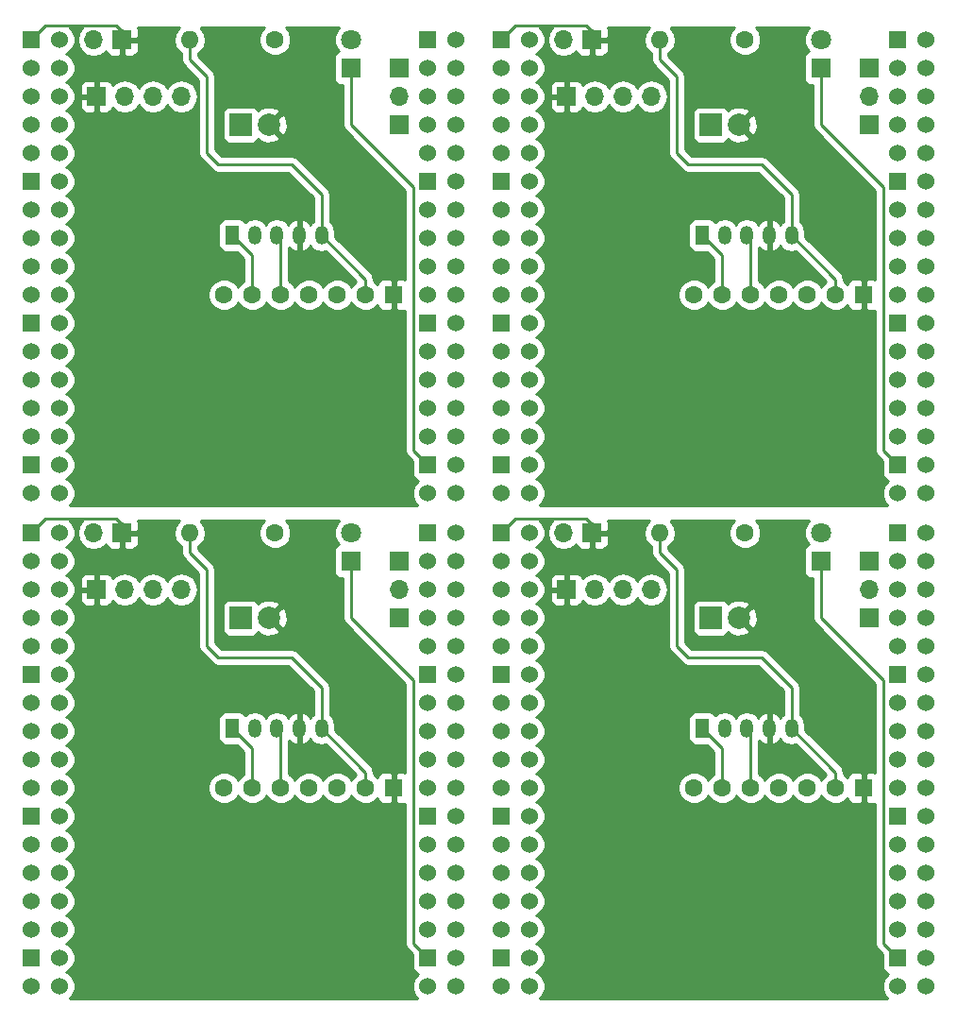
<source format=gbl>
G04 #@! TF.FileFunction,Copper,L2,Bot,Signal*
%FSLAX46Y46*%
G04 Gerber Fmt 4.6, Leading zero omitted, Abs format (unit mm)*
G04 Created by KiCad (PCBNEW 4.0.7-e2-6376~58~ubuntu16.04.1) date Sat Apr 14 23:56:37 2018*
%MOMM*%
%LPD*%
G01*
G04 APERTURE LIST*
%ADD10C,0.100000*%
%ADD11R,1.200000X1.700000*%
%ADD12O,1.200000X1.700000*%
%ADD13R,1.700000X1.700000*%
%ADD14O,1.700000X1.700000*%
%ADD15C,1.600000*%
%ADD16O,1.600000X1.600000*%
%ADD17R,1.600000X1.600000*%
%ADD18R,1.800000X1.800000*%
%ADD19C,1.800000*%
%ADD20R,2.000000X2.000000*%
%ADD21C,2.000000*%
%ADD22C,1.524000*%
%ADD23R,1.524000X1.524000*%
%ADD24C,0.400000*%
%ADD25C,0.250000*%
%ADD26C,0.254000*%
G04 APERTURE END LIST*
D10*
D11*
X126746000Y-74422000D03*
D12*
X128746000Y-74422000D03*
X130746000Y-74422000D03*
X132746000Y-74422000D03*
X134746000Y-74422000D03*
D13*
X114554000Y-61976000D03*
D14*
X117094000Y-61976000D03*
X119634000Y-61976000D03*
X122174000Y-61976000D03*
D13*
X141732000Y-64516000D03*
X141732000Y-59436000D03*
D14*
X141732000Y-61976000D03*
D13*
X116840000Y-56896000D03*
D14*
X114300000Y-56896000D03*
D15*
X130556000Y-56896000D03*
D16*
X122936000Y-56896000D03*
D17*
X141224000Y-79756000D03*
D15*
X138684000Y-79756000D03*
X136144000Y-79756000D03*
X133604000Y-79756000D03*
X131064000Y-79756000D03*
X128524000Y-79756000D03*
X125984000Y-79756000D03*
D18*
X137414000Y-59436000D03*
D19*
X137414000Y-56896000D03*
D20*
X127508000Y-64516000D03*
D21*
X130048000Y-64516000D03*
D22*
X111252000Y-56896000D03*
D23*
X108712000Y-56896000D03*
D22*
X111252000Y-59436000D03*
X108712000Y-59436000D03*
X111252000Y-97536000D03*
X108712000Y-97536000D03*
X111252000Y-94996000D03*
D23*
X108712000Y-94996000D03*
D22*
X111252000Y-92456000D03*
X108712000Y-92456000D03*
X111252000Y-89916000D03*
X108712000Y-89916000D03*
X111252000Y-87376000D03*
X108712000Y-87376000D03*
X111252000Y-84836000D03*
X108712000Y-84836000D03*
X111252000Y-82296000D03*
D23*
X108712000Y-82296000D03*
D22*
X111252000Y-79756000D03*
X108712000Y-79756000D03*
X111252000Y-77216000D03*
X108712000Y-77216000D03*
X111252000Y-74676000D03*
X108712000Y-74676000D03*
X111252000Y-72136000D03*
X108712000Y-72136000D03*
X111252000Y-69596000D03*
D23*
X108712000Y-69596000D03*
D22*
X111252000Y-67056000D03*
X108712000Y-67056000D03*
X111252000Y-64516000D03*
X108712000Y-64516000D03*
X111252000Y-61976000D03*
X108712000Y-61976000D03*
X144272000Y-61976000D03*
X146812000Y-61976000D03*
X144272000Y-64516000D03*
X146812000Y-64516000D03*
X144272000Y-67056000D03*
X146812000Y-67056000D03*
D23*
X144272000Y-69596000D03*
D22*
X146812000Y-69596000D03*
X144272000Y-72136000D03*
X146812000Y-72136000D03*
X144272000Y-74676000D03*
X146812000Y-74676000D03*
X144272000Y-77216000D03*
X146812000Y-77216000D03*
X144272000Y-79756000D03*
X146812000Y-79756000D03*
D23*
X144272000Y-82296000D03*
D22*
X146812000Y-82296000D03*
X144272000Y-84836000D03*
X146812000Y-84836000D03*
X144272000Y-87376000D03*
X146812000Y-87376000D03*
X144272000Y-89916000D03*
X146812000Y-89916000D03*
X144272000Y-92456000D03*
X146812000Y-92456000D03*
D23*
X144272000Y-94996000D03*
D22*
X146812000Y-94996000D03*
X144272000Y-97536000D03*
X146812000Y-97536000D03*
X144272000Y-59436000D03*
X146812000Y-59436000D03*
D23*
X144272000Y-56896000D03*
D22*
X146812000Y-56896000D03*
X153416000Y-56896000D03*
D23*
X150876000Y-56896000D03*
D22*
X153416000Y-59436000D03*
X150876000Y-59436000D03*
X153416000Y-97536000D03*
X150876000Y-97536000D03*
X153416000Y-94996000D03*
D23*
X150876000Y-94996000D03*
D22*
X153416000Y-92456000D03*
X150876000Y-92456000D03*
X153416000Y-89916000D03*
X150876000Y-89916000D03*
X153416000Y-87376000D03*
X150876000Y-87376000D03*
X153416000Y-84836000D03*
X150876000Y-84836000D03*
X153416000Y-82296000D03*
D23*
X150876000Y-82296000D03*
D22*
X153416000Y-79756000D03*
X150876000Y-79756000D03*
X153416000Y-77216000D03*
X150876000Y-77216000D03*
X153416000Y-74676000D03*
X150876000Y-74676000D03*
X153416000Y-72136000D03*
X150876000Y-72136000D03*
X153416000Y-69596000D03*
D23*
X150876000Y-69596000D03*
D22*
X153416000Y-67056000D03*
X150876000Y-67056000D03*
X153416000Y-64516000D03*
X150876000Y-64516000D03*
X153416000Y-61976000D03*
X150876000Y-61976000D03*
X186436000Y-61976000D03*
X188976000Y-61976000D03*
X186436000Y-64516000D03*
X188976000Y-64516000D03*
X186436000Y-67056000D03*
X188976000Y-67056000D03*
D23*
X186436000Y-69596000D03*
D22*
X188976000Y-69596000D03*
X186436000Y-72136000D03*
X188976000Y-72136000D03*
X186436000Y-74676000D03*
X188976000Y-74676000D03*
X186436000Y-77216000D03*
X188976000Y-77216000D03*
X186436000Y-79756000D03*
X188976000Y-79756000D03*
D23*
X186436000Y-82296000D03*
D22*
X188976000Y-82296000D03*
X186436000Y-84836000D03*
X188976000Y-84836000D03*
X186436000Y-87376000D03*
X188976000Y-87376000D03*
X186436000Y-89916000D03*
X188976000Y-89916000D03*
X186436000Y-92456000D03*
X188976000Y-92456000D03*
D23*
X186436000Y-94996000D03*
D22*
X188976000Y-94996000D03*
X186436000Y-97536000D03*
X188976000Y-97536000D03*
X186436000Y-59436000D03*
X188976000Y-59436000D03*
D23*
X186436000Y-56896000D03*
D22*
X188976000Y-56896000D03*
D20*
X169672000Y-64516000D03*
D21*
X172212000Y-64516000D03*
D18*
X179578000Y-59436000D03*
D19*
X179578000Y-56896000D03*
D17*
X183388000Y-79756000D03*
D15*
X180848000Y-79756000D03*
X178308000Y-79756000D03*
X175768000Y-79756000D03*
X173228000Y-79756000D03*
X170688000Y-79756000D03*
X168148000Y-79756000D03*
X172720000Y-56896000D03*
D16*
X165100000Y-56896000D03*
D13*
X159004000Y-56896000D03*
D14*
X156464000Y-56896000D03*
D13*
X183896000Y-59436000D03*
D14*
X183896000Y-61976000D03*
D13*
X183896000Y-64516000D03*
X156718000Y-61976000D03*
D14*
X159258000Y-61976000D03*
X161798000Y-61976000D03*
X164338000Y-61976000D03*
D11*
X168910000Y-74422000D03*
D12*
X170910000Y-74422000D03*
X172910000Y-74422000D03*
X174910000Y-74422000D03*
X176910000Y-74422000D03*
D11*
X168910000Y-118618000D03*
D12*
X170910000Y-118618000D03*
X172910000Y-118618000D03*
X174910000Y-118618000D03*
X176910000Y-118618000D03*
D13*
X156718000Y-106172000D03*
D14*
X159258000Y-106172000D03*
X161798000Y-106172000D03*
X164338000Y-106172000D03*
D13*
X183896000Y-108712000D03*
X183896000Y-103632000D03*
D14*
X183896000Y-106172000D03*
D13*
X159004000Y-101092000D03*
D14*
X156464000Y-101092000D03*
D15*
X172720000Y-101092000D03*
D16*
X165100000Y-101092000D03*
D17*
X183388000Y-123952000D03*
D15*
X180848000Y-123952000D03*
X178308000Y-123952000D03*
X175768000Y-123952000D03*
X173228000Y-123952000D03*
X170688000Y-123952000D03*
X168148000Y-123952000D03*
D18*
X179578000Y-103632000D03*
D19*
X179578000Y-101092000D03*
D20*
X169672000Y-108712000D03*
D21*
X172212000Y-108712000D03*
D22*
X153416000Y-101092000D03*
D23*
X150876000Y-101092000D03*
D22*
X153416000Y-103632000D03*
X150876000Y-103632000D03*
X153416000Y-141732000D03*
X150876000Y-141732000D03*
X153416000Y-139192000D03*
D23*
X150876000Y-139192000D03*
D22*
X153416000Y-136652000D03*
X150876000Y-136652000D03*
X153416000Y-134112000D03*
X150876000Y-134112000D03*
X153416000Y-131572000D03*
X150876000Y-131572000D03*
X153416000Y-129032000D03*
X150876000Y-129032000D03*
X153416000Y-126492000D03*
D23*
X150876000Y-126492000D03*
D22*
X153416000Y-123952000D03*
X150876000Y-123952000D03*
X153416000Y-121412000D03*
X150876000Y-121412000D03*
X153416000Y-118872000D03*
X150876000Y-118872000D03*
X153416000Y-116332000D03*
X150876000Y-116332000D03*
X153416000Y-113792000D03*
D23*
X150876000Y-113792000D03*
D22*
X153416000Y-111252000D03*
X150876000Y-111252000D03*
X153416000Y-108712000D03*
X150876000Y-108712000D03*
X153416000Y-106172000D03*
X150876000Y-106172000D03*
X186436000Y-106172000D03*
X188976000Y-106172000D03*
X186436000Y-108712000D03*
X188976000Y-108712000D03*
X186436000Y-111252000D03*
X188976000Y-111252000D03*
D23*
X186436000Y-113792000D03*
D22*
X188976000Y-113792000D03*
X186436000Y-116332000D03*
X188976000Y-116332000D03*
X186436000Y-118872000D03*
X188976000Y-118872000D03*
X186436000Y-121412000D03*
X188976000Y-121412000D03*
X186436000Y-123952000D03*
X188976000Y-123952000D03*
D23*
X186436000Y-126492000D03*
D22*
X188976000Y-126492000D03*
X186436000Y-129032000D03*
X188976000Y-129032000D03*
X186436000Y-131572000D03*
X188976000Y-131572000D03*
X186436000Y-134112000D03*
X188976000Y-134112000D03*
X186436000Y-136652000D03*
X188976000Y-136652000D03*
D23*
X186436000Y-139192000D03*
D22*
X188976000Y-139192000D03*
X186436000Y-141732000D03*
X188976000Y-141732000D03*
X186436000Y-103632000D03*
X188976000Y-103632000D03*
D23*
X186436000Y-101092000D03*
D22*
X188976000Y-101092000D03*
X111252000Y-101092000D03*
D23*
X108712000Y-101092000D03*
D22*
X111252000Y-103632000D03*
X108712000Y-103632000D03*
X111252000Y-141732000D03*
X108712000Y-141732000D03*
X111252000Y-139192000D03*
D23*
X108712000Y-139192000D03*
D22*
X111252000Y-136652000D03*
X108712000Y-136652000D03*
X111252000Y-134112000D03*
X108712000Y-134112000D03*
X111252000Y-131572000D03*
X108712000Y-131572000D03*
X111252000Y-129032000D03*
X108712000Y-129032000D03*
X111252000Y-126492000D03*
D23*
X108712000Y-126492000D03*
D22*
X111252000Y-123952000D03*
X108712000Y-123952000D03*
X111252000Y-121412000D03*
X108712000Y-121412000D03*
X111252000Y-118872000D03*
X108712000Y-118872000D03*
X111252000Y-116332000D03*
X108712000Y-116332000D03*
X111252000Y-113792000D03*
D23*
X108712000Y-113792000D03*
D22*
X111252000Y-111252000D03*
X108712000Y-111252000D03*
X111252000Y-108712000D03*
X108712000Y-108712000D03*
X111252000Y-106172000D03*
X108712000Y-106172000D03*
X144272000Y-106172000D03*
X146812000Y-106172000D03*
X144272000Y-108712000D03*
X146812000Y-108712000D03*
X144272000Y-111252000D03*
X146812000Y-111252000D03*
D23*
X144272000Y-113792000D03*
D22*
X146812000Y-113792000D03*
X144272000Y-116332000D03*
X146812000Y-116332000D03*
X144272000Y-118872000D03*
X146812000Y-118872000D03*
X144272000Y-121412000D03*
X146812000Y-121412000D03*
X144272000Y-123952000D03*
X146812000Y-123952000D03*
D23*
X144272000Y-126492000D03*
D22*
X146812000Y-126492000D03*
X144272000Y-129032000D03*
X146812000Y-129032000D03*
X144272000Y-131572000D03*
X146812000Y-131572000D03*
X144272000Y-134112000D03*
X146812000Y-134112000D03*
X144272000Y-136652000D03*
X146812000Y-136652000D03*
D23*
X144272000Y-139192000D03*
D22*
X146812000Y-139192000D03*
X144272000Y-141732000D03*
X146812000Y-141732000D03*
X144272000Y-103632000D03*
X146812000Y-103632000D03*
D23*
X144272000Y-101092000D03*
D22*
X146812000Y-101092000D03*
D20*
X127508000Y-108712000D03*
D21*
X130048000Y-108712000D03*
D18*
X137414000Y-103632000D03*
D19*
X137414000Y-101092000D03*
D17*
X141224000Y-123952000D03*
D15*
X138684000Y-123952000D03*
X136144000Y-123952000D03*
X133604000Y-123952000D03*
X131064000Y-123952000D03*
X128524000Y-123952000D03*
X125984000Y-123952000D03*
X130556000Y-101092000D03*
D16*
X122936000Y-101092000D03*
D13*
X116840000Y-101092000D03*
D14*
X114300000Y-101092000D03*
D13*
X141732000Y-103632000D03*
D14*
X141732000Y-106172000D03*
D13*
X141732000Y-108712000D03*
X114554000Y-106172000D03*
D14*
X117094000Y-106172000D03*
X119634000Y-106172000D03*
X122174000Y-106172000D03*
D11*
X126746000Y-118618000D03*
D12*
X128746000Y-118618000D03*
X130746000Y-118618000D03*
X132746000Y-118618000D03*
X134746000Y-118618000D03*
D24*
X116840000Y-56134000D02*
X116840000Y-56896000D01*
D25*
X116332000Y-55626000D02*
X116840000Y-56134000D01*
X109982000Y-55626000D02*
X116332000Y-55626000D01*
X108712000Y-56896000D02*
X109982000Y-55626000D01*
X150876000Y-56896000D02*
X152146000Y-55626000D01*
X152146000Y-55626000D02*
X158496000Y-55626000D01*
X158496000Y-55626000D02*
X159004000Y-56134000D01*
D24*
X159004000Y-56134000D02*
X159004000Y-56896000D01*
D25*
X152146000Y-99822000D02*
X158496000Y-99822000D01*
X150876000Y-101092000D02*
X152146000Y-99822000D01*
X108712000Y-101092000D02*
X109982000Y-99822000D01*
X109982000Y-99822000D02*
X116332000Y-99822000D01*
X116332000Y-99822000D02*
X116840000Y-100330000D01*
D24*
X116840000Y-100330000D02*
X116840000Y-101092000D01*
X159004000Y-100330000D02*
X159004000Y-101092000D01*
D25*
X158496000Y-99822000D02*
X159004000Y-100330000D01*
X172910000Y-123634000D02*
X173228000Y-123952000D01*
X173228000Y-118936000D02*
X172910000Y-118618000D01*
X173228000Y-123952000D02*
X173228000Y-118936000D01*
X130746000Y-79438000D02*
X131064000Y-79756000D01*
X131064000Y-74740000D02*
X130746000Y-74422000D01*
X131064000Y-79756000D02*
X131064000Y-74740000D01*
X173228000Y-79756000D02*
X173228000Y-74740000D01*
X173228000Y-74740000D02*
X172910000Y-74422000D01*
X172910000Y-79438000D02*
X173228000Y-79756000D01*
X131064000Y-123952000D02*
X131064000Y-118936000D01*
X131064000Y-118936000D02*
X130746000Y-118618000D01*
X130746000Y-123634000D02*
X131064000Y-123952000D01*
X170688000Y-120396000D02*
X168910000Y-118618000D01*
X170688000Y-123952000D02*
X170688000Y-120396000D01*
X128524000Y-76200000D02*
X126746000Y-74422000D01*
X128524000Y-79756000D02*
X128524000Y-76200000D01*
X170688000Y-79756000D02*
X170688000Y-76200000D01*
X170688000Y-76200000D02*
X168910000Y-74422000D01*
X128524000Y-123952000D02*
X128524000Y-120396000D01*
X128524000Y-120396000D02*
X126746000Y-118618000D01*
X138684000Y-78360000D02*
X134746000Y-74422000D01*
X138684000Y-79756000D02*
X138684000Y-78360000D01*
X134746000Y-70738000D02*
X134746000Y-74422000D01*
X132080000Y-68072000D02*
X134746000Y-70738000D01*
X125476000Y-68072000D02*
X132080000Y-68072000D01*
X124460000Y-67056000D02*
X125476000Y-68072000D01*
X124460000Y-60198000D02*
X124460000Y-67056000D01*
X122936000Y-58674000D02*
X124460000Y-60198000D01*
X122936000Y-56896000D02*
X122936000Y-58674000D01*
X165100000Y-56896000D02*
X165100000Y-58674000D01*
X165100000Y-58674000D02*
X166624000Y-60198000D01*
X166624000Y-60198000D02*
X166624000Y-67056000D01*
X166624000Y-67056000D02*
X167640000Y-68072000D01*
X167640000Y-68072000D02*
X174244000Y-68072000D01*
X174244000Y-68072000D02*
X176910000Y-70738000D01*
X176910000Y-70738000D02*
X176910000Y-74422000D01*
X180848000Y-79756000D02*
X180848000Y-78360000D01*
X180848000Y-78360000D02*
X176910000Y-74422000D01*
X180848000Y-122556000D02*
X176910000Y-118618000D01*
X180848000Y-123952000D02*
X180848000Y-122556000D01*
X176910000Y-114934000D02*
X176910000Y-118618000D01*
X174244000Y-112268000D02*
X176910000Y-114934000D01*
X167640000Y-112268000D02*
X174244000Y-112268000D01*
X166624000Y-111252000D02*
X167640000Y-112268000D01*
X166624000Y-104394000D02*
X166624000Y-111252000D01*
X122936000Y-101092000D02*
X122936000Y-102870000D01*
X122936000Y-102870000D02*
X124460000Y-104394000D01*
X124460000Y-104394000D02*
X124460000Y-111252000D01*
X124460000Y-111252000D02*
X125476000Y-112268000D01*
X125476000Y-112268000D02*
X132080000Y-112268000D01*
X132080000Y-112268000D02*
X134746000Y-114934000D01*
X134746000Y-114934000D02*
X134746000Y-118618000D01*
X138684000Y-123952000D02*
X138684000Y-122556000D01*
X138684000Y-122556000D02*
X134746000Y-118618000D01*
X165100000Y-102870000D02*
X166624000Y-104394000D01*
X165100000Y-101092000D02*
X165100000Y-102870000D01*
X153416000Y-111252000D02*
X153670000Y-111252000D01*
X111252000Y-67056000D02*
X111506000Y-67056000D01*
X153416000Y-67056000D02*
X153670000Y-67056000D01*
X111252000Y-111252000D02*
X111506000Y-111252000D01*
X179578000Y-108712000D02*
X185166000Y-114300000D01*
X185166000Y-114300000D02*
X185166000Y-137922000D01*
X185166000Y-137922000D02*
X186436000Y-139192000D01*
X179578000Y-103632000D02*
X179578000Y-108712000D01*
X137414000Y-64516000D02*
X143002000Y-70104000D01*
X143002000Y-70104000D02*
X143002000Y-93726000D01*
X143002000Y-93726000D02*
X144272000Y-94996000D01*
X137414000Y-59436000D02*
X137414000Y-64516000D01*
X179578000Y-59436000D02*
X179578000Y-64516000D01*
X185166000Y-93726000D02*
X186436000Y-94996000D01*
X185166000Y-70104000D02*
X185166000Y-93726000D01*
X179578000Y-64516000D02*
X185166000Y-70104000D01*
X137414000Y-103632000D02*
X137414000Y-108712000D01*
X143002000Y-137922000D02*
X144272000Y-139192000D01*
X143002000Y-114300000D02*
X143002000Y-137922000D01*
X137414000Y-108712000D02*
X143002000Y-114300000D01*
D26*
G36*
X112928039Y-100494622D02*
X112815000Y-101062907D01*
X112815000Y-101121093D01*
X112928039Y-101689378D01*
X113249946Y-102171147D01*
X113731715Y-102493054D01*
X114300000Y-102606093D01*
X114868285Y-102493054D01*
X115350054Y-102171147D01*
X115379403Y-102127223D01*
X115451673Y-102301698D01*
X115630301Y-102480327D01*
X115863690Y-102577000D01*
X116554250Y-102577000D01*
X116713000Y-102418250D01*
X116713000Y-101219000D01*
X116967000Y-101219000D01*
X116967000Y-102418250D01*
X117125750Y-102577000D01*
X117816310Y-102577000D01*
X118049699Y-102480327D01*
X118228327Y-102301698D01*
X118325000Y-102068309D01*
X118325000Y-101377750D01*
X118166250Y-101219000D01*
X116967000Y-101219000D01*
X116713000Y-101219000D01*
X116693000Y-101219000D01*
X116693000Y-100965000D01*
X116713000Y-100965000D01*
X116713000Y-100945000D01*
X116967000Y-100945000D01*
X116967000Y-100965000D01*
X118166250Y-100965000D01*
X118325000Y-100806250D01*
X118325000Y-100115691D01*
X118287020Y-100024000D01*
X121972961Y-100024000D01*
X121893189Y-100077302D01*
X121582120Y-100542849D01*
X121472887Y-101092000D01*
X121582120Y-101641151D01*
X121893189Y-102106698D01*
X122176000Y-102295667D01*
X122176000Y-102870000D01*
X122233852Y-103160839D01*
X122398599Y-103407401D01*
X123700000Y-104708802D01*
X123700000Y-111252000D01*
X123757852Y-111542839D01*
X123922599Y-111789401D01*
X124938599Y-112805401D01*
X125185161Y-112970148D01*
X125476000Y-113028000D01*
X131765198Y-113028000D01*
X133986000Y-115248802D01*
X133986000Y-117389941D01*
X133872723Y-117465630D01*
X133743590Y-117658891D01*
X133575125Y-117436067D01*
X133155376Y-117189714D01*
X133063609Y-117174538D01*
X132873000Y-117299269D01*
X132873000Y-118491000D01*
X132893000Y-118491000D01*
X132893000Y-118745000D01*
X132873000Y-118745000D01*
X132873000Y-119936731D01*
X133063609Y-120061462D01*
X133155376Y-120046286D01*
X133575125Y-119799933D01*
X133743590Y-119577109D01*
X133872723Y-119770370D01*
X134273386Y-120038084D01*
X134746000Y-120132093D01*
X135112408Y-120059210D01*
X137830041Y-122776843D01*
X137468176Y-123138077D01*
X137414138Y-123268215D01*
X137361243Y-123140200D01*
X136957923Y-122736176D01*
X136430691Y-122517250D01*
X135859813Y-122516752D01*
X135332200Y-122734757D01*
X134928176Y-123138077D01*
X134874138Y-123268215D01*
X134821243Y-123140200D01*
X134417923Y-122736176D01*
X133890691Y-122517250D01*
X133319813Y-122516752D01*
X132792200Y-122734757D01*
X132388176Y-123138077D01*
X132334138Y-123268215D01*
X132281243Y-123140200D01*
X131877923Y-122736176D01*
X131824000Y-122713785D01*
X131824000Y-119677090D01*
X131916875Y-119799933D01*
X132336624Y-120046286D01*
X132428391Y-120061462D01*
X132619000Y-119936731D01*
X132619000Y-118745000D01*
X132599000Y-118745000D01*
X132599000Y-118491000D01*
X132619000Y-118491000D01*
X132619000Y-117299269D01*
X132428391Y-117174538D01*
X132336624Y-117189714D01*
X131916875Y-117436067D01*
X131748410Y-117658891D01*
X131619277Y-117465630D01*
X131218614Y-117197916D01*
X130746000Y-117103907D01*
X130273386Y-117197916D01*
X129872723Y-117465630D01*
X129746000Y-117655285D01*
X129619277Y-117465630D01*
X129218614Y-117197916D01*
X128746000Y-117103907D01*
X128273386Y-117197916D01*
X127896004Y-117450074D01*
X127810090Y-117316559D01*
X127597890Y-117171569D01*
X127346000Y-117120560D01*
X126146000Y-117120560D01*
X125910683Y-117164838D01*
X125694559Y-117303910D01*
X125549569Y-117516110D01*
X125498560Y-117768000D01*
X125498560Y-119468000D01*
X125542838Y-119703317D01*
X125681910Y-119919441D01*
X125894110Y-120064431D01*
X126146000Y-120115440D01*
X127168638Y-120115440D01*
X127764000Y-120710802D01*
X127764000Y-122713354D01*
X127712200Y-122734757D01*
X127308176Y-123138077D01*
X127254138Y-123268215D01*
X127201243Y-123140200D01*
X126797923Y-122736176D01*
X126270691Y-122517250D01*
X125699813Y-122516752D01*
X125172200Y-122734757D01*
X124768176Y-123138077D01*
X124549250Y-123665309D01*
X124548752Y-124236187D01*
X124766757Y-124763800D01*
X125170077Y-125167824D01*
X125697309Y-125386750D01*
X126268187Y-125387248D01*
X126795800Y-125169243D01*
X127199824Y-124765923D01*
X127253862Y-124635785D01*
X127306757Y-124763800D01*
X127710077Y-125167824D01*
X128237309Y-125386750D01*
X128808187Y-125387248D01*
X129335800Y-125169243D01*
X129739824Y-124765923D01*
X129793862Y-124635785D01*
X129846757Y-124763800D01*
X130250077Y-125167824D01*
X130777309Y-125386750D01*
X131348187Y-125387248D01*
X131875800Y-125169243D01*
X132279824Y-124765923D01*
X132333862Y-124635785D01*
X132386757Y-124763800D01*
X132790077Y-125167824D01*
X133317309Y-125386750D01*
X133888187Y-125387248D01*
X134415800Y-125169243D01*
X134819824Y-124765923D01*
X134873862Y-124635785D01*
X134926757Y-124763800D01*
X135330077Y-125167824D01*
X135857309Y-125386750D01*
X136428187Y-125387248D01*
X136955800Y-125169243D01*
X137359824Y-124765923D01*
X137413862Y-124635785D01*
X137466757Y-124763800D01*
X137870077Y-125167824D01*
X138397309Y-125386750D01*
X138968187Y-125387248D01*
X139495800Y-125169243D01*
X139789000Y-124876554D01*
X139789000Y-124878309D01*
X139885673Y-125111698D01*
X140064301Y-125290327D01*
X140297690Y-125387000D01*
X140938250Y-125387000D01*
X141097000Y-125228250D01*
X141097000Y-124079000D01*
X141077000Y-124079000D01*
X141077000Y-123825000D01*
X141097000Y-123825000D01*
X141097000Y-122675750D01*
X140938250Y-122517000D01*
X140297690Y-122517000D01*
X140064301Y-122613673D01*
X139885673Y-122792302D01*
X139789000Y-123025691D01*
X139789000Y-123027761D01*
X139497923Y-122736176D01*
X139444000Y-122713785D01*
X139444000Y-122556000D01*
X139386148Y-122265161D01*
X139221401Y-122018599D01*
X135981000Y-118778198D01*
X135981000Y-118338907D01*
X135886991Y-117866293D01*
X135619277Y-117465630D01*
X135506000Y-117389941D01*
X135506000Y-114934000D01*
X135448148Y-114643161D01*
X135448148Y-114643160D01*
X135283401Y-114396599D01*
X132617401Y-111730599D01*
X132370839Y-111565852D01*
X132080000Y-111508000D01*
X125790802Y-111508000D01*
X125220000Y-110937198D01*
X125220000Y-107712000D01*
X125860560Y-107712000D01*
X125860560Y-109712000D01*
X125904838Y-109947317D01*
X126043910Y-110163441D01*
X126256110Y-110308431D01*
X126508000Y-110359440D01*
X128508000Y-110359440D01*
X128743317Y-110315162D01*
X128959441Y-110176090D01*
X129104431Y-109963890D01*
X129107042Y-109950998D01*
X129173736Y-110131387D01*
X129783461Y-110357908D01*
X130433460Y-110333856D01*
X130922264Y-110131387D01*
X131020927Y-109864532D01*
X130048000Y-108891605D01*
X130033858Y-108905748D01*
X129854253Y-108726143D01*
X129868395Y-108712000D01*
X130227605Y-108712000D01*
X131200532Y-109684927D01*
X131467387Y-109586264D01*
X131693908Y-108976539D01*
X131669856Y-108326540D01*
X131467387Y-107837736D01*
X131200532Y-107739073D01*
X130227605Y-108712000D01*
X129868395Y-108712000D01*
X129854253Y-108697858D01*
X130033858Y-108518253D01*
X130048000Y-108532395D01*
X131020927Y-107559468D01*
X130922264Y-107292613D01*
X130312539Y-107066092D01*
X129662540Y-107090144D01*
X129173736Y-107292613D01*
X129107681Y-107471273D01*
X128972090Y-107260559D01*
X128759890Y-107115569D01*
X128508000Y-107064560D01*
X126508000Y-107064560D01*
X126272683Y-107108838D01*
X126056559Y-107247910D01*
X125911569Y-107460110D01*
X125860560Y-107712000D01*
X125220000Y-107712000D01*
X125220000Y-104394000D01*
X125162148Y-104103161D01*
X125162148Y-104103160D01*
X124997401Y-103856599D01*
X123696000Y-102555198D01*
X123696000Y-102295667D01*
X123978811Y-102106698D01*
X124289880Y-101641151D01*
X124399113Y-101092000D01*
X124289880Y-100542849D01*
X123978811Y-100077302D01*
X123899039Y-100024000D01*
X129594696Y-100024000D01*
X129340176Y-100278077D01*
X129121250Y-100805309D01*
X129120752Y-101376187D01*
X129338757Y-101903800D01*
X129742077Y-102307824D01*
X130269309Y-102526750D01*
X130840187Y-102527248D01*
X131367800Y-102309243D01*
X131771824Y-101905923D01*
X131990750Y-101378691D01*
X131991248Y-100807813D01*
X131773243Y-100280200D01*
X131517489Y-100024000D01*
X136311151Y-100024000D01*
X136113449Y-100221357D01*
X135879267Y-100785330D01*
X135878735Y-101395991D01*
X136111932Y-101960371D01*
X136279880Y-102128613D01*
X136278683Y-102128838D01*
X136062559Y-102267910D01*
X135917569Y-102480110D01*
X135866560Y-102732000D01*
X135866560Y-104532000D01*
X135910838Y-104767317D01*
X136049910Y-104983441D01*
X136262110Y-105128431D01*
X136514000Y-105179440D01*
X136654000Y-105179440D01*
X136654000Y-108712000D01*
X136711852Y-109002839D01*
X136876599Y-109249401D01*
X142242000Y-114614802D01*
X142242000Y-122554979D01*
X142150310Y-122517000D01*
X141509750Y-122517000D01*
X141351000Y-122675750D01*
X141351000Y-123825000D01*
X141371000Y-123825000D01*
X141371000Y-124079000D01*
X141351000Y-124079000D01*
X141351000Y-125228250D01*
X141509750Y-125387000D01*
X142150310Y-125387000D01*
X142242000Y-125349021D01*
X142242000Y-137922000D01*
X142299852Y-138212839D01*
X142464599Y-138459401D01*
X142862560Y-138857362D01*
X142862560Y-139954000D01*
X142906838Y-140189317D01*
X143045910Y-140405441D01*
X143258110Y-140550431D01*
X143441124Y-140587492D01*
X143088371Y-140939630D01*
X142875243Y-141452900D01*
X142874758Y-142008661D01*
X143086990Y-142522303D01*
X143364203Y-142800000D01*
X112159517Y-142800000D01*
X112435629Y-142524370D01*
X112648757Y-142011100D01*
X112649242Y-141455339D01*
X112437010Y-140941697D01*
X112044370Y-140548371D01*
X111836488Y-140462051D01*
X112042303Y-140377010D01*
X112435629Y-139984370D01*
X112648757Y-139471100D01*
X112649242Y-138915339D01*
X112437010Y-138401697D01*
X112044370Y-138008371D01*
X111836488Y-137922051D01*
X112042303Y-137837010D01*
X112435629Y-137444370D01*
X112648757Y-136931100D01*
X112649242Y-136375339D01*
X112437010Y-135861697D01*
X112044370Y-135468371D01*
X111836488Y-135382051D01*
X112042303Y-135297010D01*
X112435629Y-134904370D01*
X112648757Y-134391100D01*
X112649242Y-133835339D01*
X112437010Y-133321697D01*
X112044370Y-132928371D01*
X111836488Y-132842051D01*
X112042303Y-132757010D01*
X112435629Y-132364370D01*
X112648757Y-131851100D01*
X112649242Y-131295339D01*
X112437010Y-130781697D01*
X112044370Y-130388371D01*
X111836488Y-130302051D01*
X112042303Y-130217010D01*
X112435629Y-129824370D01*
X112648757Y-129311100D01*
X112649242Y-128755339D01*
X112437010Y-128241697D01*
X112044370Y-127848371D01*
X111836488Y-127762051D01*
X112042303Y-127677010D01*
X112435629Y-127284370D01*
X112648757Y-126771100D01*
X112649242Y-126215339D01*
X112437010Y-125701697D01*
X112044370Y-125308371D01*
X111836488Y-125222051D01*
X112042303Y-125137010D01*
X112435629Y-124744370D01*
X112648757Y-124231100D01*
X112649242Y-123675339D01*
X112437010Y-123161697D01*
X112044370Y-122768371D01*
X111836488Y-122682051D01*
X112042303Y-122597010D01*
X112435629Y-122204370D01*
X112648757Y-121691100D01*
X112649242Y-121135339D01*
X112437010Y-120621697D01*
X112044370Y-120228371D01*
X111836488Y-120142051D01*
X112042303Y-120057010D01*
X112435629Y-119664370D01*
X112648757Y-119151100D01*
X112649242Y-118595339D01*
X112437010Y-118081697D01*
X112044370Y-117688371D01*
X111836488Y-117602051D01*
X112042303Y-117517010D01*
X112435629Y-117124370D01*
X112648757Y-116611100D01*
X112649242Y-116055339D01*
X112437010Y-115541697D01*
X112044370Y-115148371D01*
X111836488Y-115062051D01*
X112042303Y-114977010D01*
X112435629Y-114584370D01*
X112648757Y-114071100D01*
X112649242Y-113515339D01*
X112437010Y-113001697D01*
X112044370Y-112608371D01*
X111836488Y-112522051D01*
X112042303Y-112437010D01*
X112435629Y-112044370D01*
X112648757Y-111531100D01*
X112649242Y-110975339D01*
X112437010Y-110461697D01*
X112044370Y-110068371D01*
X111836488Y-109982051D01*
X112042303Y-109897010D01*
X112435629Y-109504370D01*
X112648757Y-108991100D01*
X112649242Y-108435339D01*
X112437010Y-107921697D01*
X112044370Y-107528371D01*
X111836488Y-107442051D01*
X112042303Y-107357010D01*
X112435629Y-106964370D01*
X112645995Y-106457750D01*
X113069000Y-106457750D01*
X113069000Y-107148309D01*
X113165673Y-107381698D01*
X113344301Y-107560327D01*
X113577690Y-107657000D01*
X114268250Y-107657000D01*
X114427000Y-107498250D01*
X114427000Y-106299000D01*
X113227750Y-106299000D01*
X113069000Y-106457750D01*
X112645995Y-106457750D01*
X112648757Y-106451100D01*
X112649242Y-105895339D01*
X112437010Y-105381697D01*
X112251329Y-105195691D01*
X113069000Y-105195691D01*
X113069000Y-105886250D01*
X113227750Y-106045000D01*
X114427000Y-106045000D01*
X114427000Y-104845750D01*
X114681000Y-104845750D01*
X114681000Y-106045000D01*
X114701000Y-106045000D01*
X114701000Y-106299000D01*
X114681000Y-106299000D01*
X114681000Y-107498250D01*
X114839750Y-107657000D01*
X115530310Y-107657000D01*
X115763699Y-107560327D01*
X115942327Y-107381698D01*
X116014597Y-107207223D01*
X116043946Y-107251147D01*
X116525715Y-107573054D01*
X117094000Y-107686093D01*
X117662285Y-107573054D01*
X118144054Y-107251147D01*
X118364000Y-106921974D01*
X118583946Y-107251147D01*
X119065715Y-107573054D01*
X119634000Y-107686093D01*
X120202285Y-107573054D01*
X120684054Y-107251147D01*
X120904000Y-106921974D01*
X121123946Y-107251147D01*
X121605715Y-107573054D01*
X122174000Y-107686093D01*
X122742285Y-107573054D01*
X123224054Y-107251147D01*
X123545961Y-106769378D01*
X123659000Y-106201093D01*
X123659000Y-106142907D01*
X123545961Y-105574622D01*
X123224054Y-105092853D01*
X122742285Y-104770946D01*
X122174000Y-104657907D01*
X121605715Y-104770946D01*
X121123946Y-105092853D01*
X120904000Y-105422026D01*
X120684054Y-105092853D01*
X120202285Y-104770946D01*
X119634000Y-104657907D01*
X119065715Y-104770946D01*
X118583946Y-105092853D01*
X118364000Y-105422026D01*
X118144054Y-105092853D01*
X117662285Y-104770946D01*
X117094000Y-104657907D01*
X116525715Y-104770946D01*
X116043946Y-105092853D01*
X116014597Y-105136777D01*
X115942327Y-104962302D01*
X115763699Y-104783673D01*
X115530310Y-104687000D01*
X114839750Y-104687000D01*
X114681000Y-104845750D01*
X114427000Y-104845750D01*
X114268250Y-104687000D01*
X113577690Y-104687000D01*
X113344301Y-104783673D01*
X113165673Y-104962302D01*
X113069000Y-105195691D01*
X112251329Y-105195691D01*
X112044370Y-104988371D01*
X111836488Y-104902051D01*
X112042303Y-104817010D01*
X112435629Y-104424370D01*
X112648757Y-103911100D01*
X112649242Y-103355339D01*
X112437010Y-102841697D01*
X112044370Y-102448371D01*
X111836488Y-102362051D01*
X112042303Y-102277010D01*
X112435629Y-101884370D01*
X112648757Y-101371100D01*
X112649242Y-100815339D01*
X112437010Y-100301697D01*
X112159797Y-100024000D01*
X113242498Y-100024000D01*
X112928039Y-100494622D01*
X112928039Y-100494622D01*
G37*
X112928039Y-100494622D02*
X112815000Y-101062907D01*
X112815000Y-101121093D01*
X112928039Y-101689378D01*
X113249946Y-102171147D01*
X113731715Y-102493054D01*
X114300000Y-102606093D01*
X114868285Y-102493054D01*
X115350054Y-102171147D01*
X115379403Y-102127223D01*
X115451673Y-102301698D01*
X115630301Y-102480327D01*
X115863690Y-102577000D01*
X116554250Y-102577000D01*
X116713000Y-102418250D01*
X116713000Y-101219000D01*
X116967000Y-101219000D01*
X116967000Y-102418250D01*
X117125750Y-102577000D01*
X117816310Y-102577000D01*
X118049699Y-102480327D01*
X118228327Y-102301698D01*
X118325000Y-102068309D01*
X118325000Y-101377750D01*
X118166250Y-101219000D01*
X116967000Y-101219000D01*
X116713000Y-101219000D01*
X116693000Y-101219000D01*
X116693000Y-100965000D01*
X116713000Y-100965000D01*
X116713000Y-100945000D01*
X116967000Y-100945000D01*
X116967000Y-100965000D01*
X118166250Y-100965000D01*
X118325000Y-100806250D01*
X118325000Y-100115691D01*
X118287020Y-100024000D01*
X121972961Y-100024000D01*
X121893189Y-100077302D01*
X121582120Y-100542849D01*
X121472887Y-101092000D01*
X121582120Y-101641151D01*
X121893189Y-102106698D01*
X122176000Y-102295667D01*
X122176000Y-102870000D01*
X122233852Y-103160839D01*
X122398599Y-103407401D01*
X123700000Y-104708802D01*
X123700000Y-111252000D01*
X123757852Y-111542839D01*
X123922599Y-111789401D01*
X124938599Y-112805401D01*
X125185161Y-112970148D01*
X125476000Y-113028000D01*
X131765198Y-113028000D01*
X133986000Y-115248802D01*
X133986000Y-117389941D01*
X133872723Y-117465630D01*
X133743590Y-117658891D01*
X133575125Y-117436067D01*
X133155376Y-117189714D01*
X133063609Y-117174538D01*
X132873000Y-117299269D01*
X132873000Y-118491000D01*
X132893000Y-118491000D01*
X132893000Y-118745000D01*
X132873000Y-118745000D01*
X132873000Y-119936731D01*
X133063609Y-120061462D01*
X133155376Y-120046286D01*
X133575125Y-119799933D01*
X133743590Y-119577109D01*
X133872723Y-119770370D01*
X134273386Y-120038084D01*
X134746000Y-120132093D01*
X135112408Y-120059210D01*
X137830041Y-122776843D01*
X137468176Y-123138077D01*
X137414138Y-123268215D01*
X137361243Y-123140200D01*
X136957923Y-122736176D01*
X136430691Y-122517250D01*
X135859813Y-122516752D01*
X135332200Y-122734757D01*
X134928176Y-123138077D01*
X134874138Y-123268215D01*
X134821243Y-123140200D01*
X134417923Y-122736176D01*
X133890691Y-122517250D01*
X133319813Y-122516752D01*
X132792200Y-122734757D01*
X132388176Y-123138077D01*
X132334138Y-123268215D01*
X132281243Y-123140200D01*
X131877923Y-122736176D01*
X131824000Y-122713785D01*
X131824000Y-119677090D01*
X131916875Y-119799933D01*
X132336624Y-120046286D01*
X132428391Y-120061462D01*
X132619000Y-119936731D01*
X132619000Y-118745000D01*
X132599000Y-118745000D01*
X132599000Y-118491000D01*
X132619000Y-118491000D01*
X132619000Y-117299269D01*
X132428391Y-117174538D01*
X132336624Y-117189714D01*
X131916875Y-117436067D01*
X131748410Y-117658891D01*
X131619277Y-117465630D01*
X131218614Y-117197916D01*
X130746000Y-117103907D01*
X130273386Y-117197916D01*
X129872723Y-117465630D01*
X129746000Y-117655285D01*
X129619277Y-117465630D01*
X129218614Y-117197916D01*
X128746000Y-117103907D01*
X128273386Y-117197916D01*
X127896004Y-117450074D01*
X127810090Y-117316559D01*
X127597890Y-117171569D01*
X127346000Y-117120560D01*
X126146000Y-117120560D01*
X125910683Y-117164838D01*
X125694559Y-117303910D01*
X125549569Y-117516110D01*
X125498560Y-117768000D01*
X125498560Y-119468000D01*
X125542838Y-119703317D01*
X125681910Y-119919441D01*
X125894110Y-120064431D01*
X126146000Y-120115440D01*
X127168638Y-120115440D01*
X127764000Y-120710802D01*
X127764000Y-122713354D01*
X127712200Y-122734757D01*
X127308176Y-123138077D01*
X127254138Y-123268215D01*
X127201243Y-123140200D01*
X126797923Y-122736176D01*
X126270691Y-122517250D01*
X125699813Y-122516752D01*
X125172200Y-122734757D01*
X124768176Y-123138077D01*
X124549250Y-123665309D01*
X124548752Y-124236187D01*
X124766757Y-124763800D01*
X125170077Y-125167824D01*
X125697309Y-125386750D01*
X126268187Y-125387248D01*
X126795800Y-125169243D01*
X127199824Y-124765923D01*
X127253862Y-124635785D01*
X127306757Y-124763800D01*
X127710077Y-125167824D01*
X128237309Y-125386750D01*
X128808187Y-125387248D01*
X129335800Y-125169243D01*
X129739824Y-124765923D01*
X129793862Y-124635785D01*
X129846757Y-124763800D01*
X130250077Y-125167824D01*
X130777309Y-125386750D01*
X131348187Y-125387248D01*
X131875800Y-125169243D01*
X132279824Y-124765923D01*
X132333862Y-124635785D01*
X132386757Y-124763800D01*
X132790077Y-125167824D01*
X133317309Y-125386750D01*
X133888187Y-125387248D01*
X134415800Y-125169243D01*
X134819824Y-124765923D01*
X134873862Y-124635785D01*
X134926757Y-124763800D01*
X135330077Y-125167824D01*
X135857309Y-125386750D01*
X136428187Y-125387248D01*
X136955800Y-125169243D01*
X137359824Y-124765923D01*
X137413862Y-124635785D01*
X137466757Y-124763800D01*
X137870077Y-125167824D01*
X138397309Y-125386750D01*
X138968187Y-125387248D01*
X139495800Y-125169243D01*
X139789000Y-124876554D01*
X139789000Y-124878309D01*
X139885673Y-125111698D01*
X140064301Y-125290327D01*
X140297690Y-125387000D01*
X140938250Y-125387000D01*
X141097000Y-125228250D01*
X141097000Y-124079000D01*
X141077000Y-124079000D01*
X141077000Y-123825000D01*
X141097000Y-123825000D01*
X141097000Y-122675750D01*
X140938250Y-122517000D01*
X140297690Y-122517000D01*
X140064301Y-122613673D01*
X139885673Y-122792302D01*
X139789000Y-123025691D01*
X139789000Y-123027761D01*
X139497923Y-122736176D01*
X139444000Y-122713785D01*
X139444000Y-122556000D01*
X139386148Y-122265161D01*
X139221401Y-122018599D01*
X135981000Y-118778198D01*
X135981000Y-118338907D01*
X135886991Y-117866293D01*
X135619277Y-117465630D01*
X135506000Y-117389941D01*
X135506000Y-114934000D01*
X135448148Y-114643161D01*
X135448148Y-114643160D01*
X135283401Y-114396599D01*
X132617401Y-111730599D01*
X132370839Y-111565852D01*
X132080000Y-111508000D01*
X125790802Y-111508000D01*
X125220000Y-110937198D01*
X125220000Y-107712000D01*
X125860560Y-107712000D01*
X125860560Y-109712000D01*
X125904838Y-109947317D01*
X126043910Y-110163441D01*
X126256110Y-110308431D01*
X126508000Y-110359440D01*
X128508000Y-110359440D01*
X128743317Y-110315162D01*
X128959441Y-110176090D01*
X129104431Y-109963890D01*
X129107042Y-109950998D01*
X129173736Y-110131387D01*
X129783461Y-110357908D01*
X130433460Y-110333856D01*
X130922264Y-110131387D01*
X131020927Y-109864532D01*
X130048000Y-108891605D01*
X130033858Y-108905748D01*
X129854253Y-108726143D01*
X129868395Y-108712000D01*
X130227605Y-108712000D01*
X131200532Y-109684927D01*
X131467387Y-109586264D01*
X131693908Y-108976539D01*
X131669856Y-108326540D01*
X131467387Y-107837736D01*
X131200532Y-107739073D01*
X130227605Y-108712000D01*
X129868395Y-108712000D01*
X129854253Y-108697858D01*
X130033858Y-108518253D01*
X130048000Y-108532395D01*
X131020927Y-107559468D01*
X130922264Y-107292613D01*
X130312539Y-107066092D01*
X129662540Y-107090144D01*
X129173736Y-107292613D01*
X129107681Y-107471273D01*
X128972090Y-107260559D01*
X128759890Y-107115569D01*
X128508000Y-107064560D01*
X126508000Y-107064560D01*
X126272683Y-107108838D01*
X126056559Y-107247910D01*
X125911569Y-107460110D01*
X125860560Y-107712000D01*
X125220000Y-107712000D01*
X125220000Y-104394000D01*
X125162148Y-104103161D01*
X125162148Y-104103160D01*
X124997401Y-103856599D01*
X123696000Y-102555198D01*
X123696000Y-102295667D01*
X123978811Y-102106698D01*
X124289880Y-101641151D01*
X124399113Y-101092000D01*
X124289880Y-100542849D01*
X123978811Y-100077302D01*
X123899039Y-100024000D01*
X129594696Y-100024000D01*
X129340176Y-100278077D01*
X129121250Y-100805309D01*
X129120752Y-101376187D01*
X129338757Y-101903800D01*
X129742077Y-102307824D01*
X130269309Y-102526750D01*
X130840187Y-102527248D01*
X131367800Y-102309243D01*
X131771824Y-101905923D01*
X131990750Y-101378691D01*
X131991248Y-100807813D01*
X131773243Y-100280200D01*
X131517489Y-100024000D01*
X136311151Y-100024000D01*
X136113449Y-100221357D01*
X135879267Y-100785330D01*
X135878735Y-101395991D01*
X136111932Y-101960371D01*
X136279880Y-102128613D01*
X136278683Y-102128838D01*
X136062559Y-102267910D01*
X135917569Y-102480110D01*
X135866560Y-102732000D01*
X135866560Y-104532000D01*
X135910838Y-104767317D01*
X136049910Y-104983441D01*
X136262110Y-105128431D01*
X136514000Y-105179440D01*
X136654000Y-105179440D01*
X136654000Y-108712000D01*
X136711852Y-109002839D01*
X136876599Y-109249401D01*
X142242000Y-114614802D01*
X142242000Y-122554979D01*
X142150310Y-122517000D01*
X141509750Y-122517000D01*
X141351000Y-122675750D01*
X141351000Y-123825000D01*
X141371000Y-123825000D01*
X141371000Y-124079000D01*
X141351000Y-124079000D01*
X141351000Y-125228250D01*
X141509750Y-125387000D01*
X142150310Y-125387000D01*
X142242000Y-125349021D01*
X142242000Y-137922000D01*
X142299852Y-138212839D01*
X142464599Y-138459401D01*
X142862560Y-138857362D01*
X142862560Y-139954000D01*
X142906838Y-140189317D01*
X143045910Y-140405441D01*
X143258110Y-140550431D01*
X143441124Y-140587492D01*
X143088371Y-140939630D01*
X142875243Y-141452900D01*
X142874758Y-142008661D01*
X143086990Y-142522303D01*
X143364203Y-142800000D01*
X112159517Y-142800000D01*
X112435629Y-142524370D01*
X112648757Y-142011100D01*
X112649242Y-141455339D01*
X112437010Y-140941697D01*
X112044370Y-140548371D01*
X111836488Y-140462051D01*
X112042303Y-140377010D01*
X112435629Y-139984370D01*
X112648757Y-139471100D01*
X112649242Y-138915339D01*
X112437010Y-138401697D01*
X112044370Y-138008371D01*
X111836488Y-137922051D01*
X112042303Y-137837010D01*
X112435629Y-137444370D01*
X112648757Y-136931100D01*
X112649242Y-136375339D01*
X112437010Y-135861697D01*
X112044370Y-135468371D01*
X111836488Y-135382051D01*
X112042303Y-135297010D01*
X112435629Y-134904370D01*
X112648757Y-134391100D01*
X112649242Y-133835339D01*
X112437010Y-133321697D01*
X112044370Y-132928371D01*
X111836488Y-132842051D01*
X112042303Y-132757010D01*
X112435629Y-132364370D01*
X112648757Y-131851100D01*
X112649242Y-131295339D01*
X112437010Y-130781697D01*
X112044370Y-130388371D01*
X111836488Y-130302051D01*
X112042303Y-130217010D01*
X112435629Y-129824370D01*
X112648757Y-129311100D01*
X112649242Y-128755339D01*
X112437010Y-128241697D01*
X112044370Y-127848371D01*
X111836488Y-127762051D01*
X112042303Y-127677010D01*
X112435629Y-127284370D01*
X112648757Y-126771100D01*
X112649242Y-126215339D01*
X112437010Y-125701697D01*
X112044370Y-125308371D01*
X111836488Y-125222051D01*
X112042303Y-125137010D01*
X112435629Y-124744370D01*
X112648757Y-124231100D01*
X112649242Y-123675339D01*
X112437010Y-123161697D01*
X112044370Y-122768371D01*
X111836488Y-122682051D01*
X112042303Y-122597010D01*
X112435629Y-122204370D01*
X112648757Y-121691100D01*
X112649242Y-121135339D01*
X112437010Y-120621697D01*
X112044370Y-120228371D01*
X111836488Y-120142051D01*
X112042303Y-120057010D01*
X112435629Y-119664370D01*
X112648757Y-119151100D01*
X112649242Y-118595339D01*
X112437010Y-118081697D01*
X112044370Y-117688371D01*
X111836488Y-117602051D01*
X112042303Y-117517010D01*
X112435629Y-117124370D01*
X112648757Y-116611100D01*
X112649242Y-116055339D01*
X112437010Y-115541697D01*
X112044370Y-115148371D01*
X111836488Y-115062051D01*
X112042303Y-114977010D01*
X112435629Y-114584370D01*
X112648757Y-114071100D01*
X112649242Y-113515339D01*
X112437010Y-113001697D01*
X112044370Y-112608371D01*
X111836488Y-112522051D01*
X112042303Y-112437010D01*
X112435629Y-112044370D01*
X112648757Y-111531100D01*
X112649242Y-110975339D01*
X112437010Y-110461697D01*
X112044370Y-110068371D01*
X111836488Y-109982051D01*
X112042303Y-109897010D01*
X112435629Y-109504370D01*
X112648757Y-108991100D01*
X112649242Y-108435339D01*
X112437010Y-107921697D01*
X112044370Y-107528371D01*
X111836488Y-107442051D01*
X112042303Y-107357010D01*
X112435629Y-106964370D01*
X112645995Y-106457750D01*
X113069000Y-106457750D01*
X113069000Y-107148309D01*
X113165673Y-107381698D01*
X113344301Y-107560327D01*
X113577690Y-107657000D01*
X114268250Y-107657000D01*
X114427000Y-107498250D01*
X114427000Y-106299000D01*
X113227750Y-106299000D01*
X113069000Y-106457750D01*
X112645995Y-106457750D01*
X112648757Y-106451100D01*
X112649242Y-105895339D01*
X112437010Y-105381697D01*
X112251329Y-105195691D01*
X113069000Y-105195691D01*
X113069000Y-105886250D01*
X113227750Y-106045000D01*
X114427000Y-106045000D01*
X114427000Y-104845750D01*
X114681000Y-104845750D01*
X114681000Y-106045000D01*
X114701000Y-106045000D01*
X114701000Y-106299000D01*
X114681000Y-106299000D01*
X114681000Y-107498250D01*
X114839750Y-107657000D01*
X115530310Y-107657000D01*
X115763699Y-107560327D01*
X115942327Y-107381698D01*
X116014597Y-107207223D01*
X116043946Y-107251147D01*
X116525715Y-107573054D01*
X117094000Y-107686093D01*
X117662285Y-107573054D01*
X118144054Y-107251147D01*
X118364000Y-106921974D01*
X118583946Y-107251147D01*
X119065715Y-107573054D01*
X119634000Y-107686093D01*
X120202285Y-107573054D01*
X120684054Y-107251147D01*
X120904000Y-106921974D01*
X121123946Y-107251147D01*
X121605715Y-107573054D01*
X122174000Y-107686093D01*
X122742285Y-107573054D01*
X123224054Y-107251147D01*
X123545961Y-106769378D01*
X123659000Y-106201093D01*
X123659000Y-106142907D01*
X123545961Y-105574622D01*
X123224054Y-105092853D01*
X122742285Y-104770946D01*
X122174000Y-104657907D01*
X121605715Y-104770946D01*
X121123946Y-105092853D01*
X120904000Y-105422026D01*
X120684054Y-105092853D01*
X120202285Y-104770946D01*
X119634000Y-104657907D01*
X119065715Y-104770946D01*
X118583946Y-105092853D01*
X118364000Y-105422026D01*
X118144054Y-105092853D01*
X117662285Y-104770946D01*
X117094000Y-104657907D01*
X116525715Y-104770946D01*
X116043946Y-105092853D01*
X116014597Y-105136777D01*
X115942327Y-104962302D01*
X115763699Y-104783673D01*
X115530310Y-104687000D01*
X114839750Y-104687000D01*
X114681000Y-104845750D01*
X114427000Y-104845750D01*
X114268250Y-104687000D01*
X113577690Y-104687000D01*
X113344301Y-104783673D01*
X113165673Y-104962302D01*
X113069000Y-105195691D01*
X112251329Y-105195691D01*
X112044370Y-104988371D01*
X111836488Y-104902051D01*
X112042303Y-104817010D01*
X112435629Y-104424370D01*
X112648757Y-103911100D01*
X112649242Y-103355339D01*
X112437010Y-102841697D01*
X112044370Y-102448371D01*
X111836488Y-102362051D01*
X112042303Y-102277010D01*
X112435629Y-101884370D01*
X112648757Y-101371100D01*
X112649242Y-100815339D01*
X112437010Y-100301697D01*
X112159797Y-100024000D01*
X113242498Y-100024000D01*
X112928039Y-100494622D01*
G36*
X108839000Y-100965000D02*
X108859000Y-100965000D01*
X108859000Y-101219000D01*
X108839000Y-101219000D01*
X108839000Y-101239000D01*
X108585000Y-101239000D01*
X108585000Y-101219000D01*
X108565000Y-101219000D01*
X108565000Y-100965000D01*
X108585000Y-100965000D01*
X108585000Y-100945000D01*
X108839000Y-100945000D01*
X108839000Y-100965000D01*
X108839000Y-100965000D01*
G37*
X108839000Y-100965000D02*
X108859000Y-100965000D01*
X108859000Y-101219000D01*
X108839000Y-101219000D01*
X108839000Y-101239000D01*
X108585000Y-101239000D01*
X108585000Y-101219000D01*
X108565000Y-101219000D01*
X108565000Y-100965000D01*
X108585000Y-100965000D01*
X108585000Y-100945000D01*
X108839000Y-100945000D01*
X108839000Y-100965000D01*
G36*
X155092039Y-100494622D02*
X154979000Y-101062907D01*
X154979000Y-101121093D01*
X155092039Y-101689378D01*
X155413946Y-102171147D01*
X155895715Y-102493054D01*
X156464000Y-102606093D01*
X157032285Y-102493054D01*
X157514054Y-102171147D01*
X157543403Y-102127223D01*
X157615673Y-102301698D01*
X157794301Y-102480327D01*
X158027690Y-102577000D01*
X158718250Y-102577000D01*
X158877000Y-102418250D01*
X158877000Y-101219000D01*
X159131000Y-101219000D01*
X159131000Y-102418250D01*
X159289750Y-102577000D01*
X159980310Y-102577000D01*
X160213699Y-102480327D01*
X160392327Y-102301698D01*
X160489000Y-102068309D01*
X160489000Y-101377750D01*
X160330250Y-101219000D01*
X159131000Y-101219000D01*
X158877000Y-101219000D01*
X158857000Y-101219000D01*
X158857000Y-100965000D01*
X158877000Y-100965000D01*
X158877000Y-100945000D01*
X159131000Y-100945000D01*
X159131000Y-100965000D01*
X160330250Y-100965000D01*
X160489000Y-100806250D01*
X160489000Y-100115691D01*
X160451020Y-100024000D01*
X164136961Y-100024000D01*
X164057189Y-100077302D01*
X163746120Y-100542849D01*
X163636887Y-101092000D01*
X163746120Y-101641151D01*
X164057189Y-102106698D01*
X164340000Y-102295667D01*
X164340000Y-102870000D01*
X164397852Y-103160839D01*
X164562599Y-103407401D01*
X165864000Y-104708802D01*
X165864000Y-111252000D01*
X165921852Y-111542839D01*
X166086599Y-111789401D01*
X167102599Y-112805401D01*
X167349161Y-112970148D01*
X167640000Y-113028000D01*
X173929198Y-113028000D01*
X176150000Y-115248802D01*
X176150000Y-117389941D01*
X176036723Y-117465630D01*
X175907590Y-117658891D01*
X175739125Y-117436067D01*
X175319376Y-117189714D01*
X175227609Y-117174538D01*
X175037000Y-117299269D01*
X175037000Y-118491000D01*
X175057000Y-118491000D01*
X175057000Y-118745000D01*
X175037000Y-118745000D01*
X175037000Y-119936731D01*
X175227609Y-120061462D01*
X175319376Y-120046286D01*
X175739125Y-119799933D01*
X175907590Y-119577109D01*
X176036723Y-119770370D01*
X176437386Y-120038084D01*
X176910000Y-120132093D01*
X177276408Y-120059210D01*
X179994041Y-122776843D01*
X179632176Y-123138077D01*
X179578138Y-123268215D01*
X179525243Y-123140200D01*
X179121923Y-122736176D01*
X178594691Y-122517250D01*
X178023813Y-122516752D01*
X177496200Y-122734757D01*
X177092176Y-123138077D01*
X177038138Y-123268215D01*
X176985243Y-123140200D01*
X176581923Y-122736176D01*
X176054691Y-122517250D01*
X175483813Y-122516752D01*
X174956200Y-122734757D01*
X174552176Y-123138077D01*
X174498138Y-123268215D01*
X174445243Y-123140200D01*
X174041923Y-122736176D01*
X173988000Y-122713785D01*
X173988000Y-119677090D01*
X174080875Y-119799933D01*
X174500624Y-120046286D01*
X174592391Y-120061462D01*
X174783000Y-119936731D01*
X174783000Y-118745000D01*
X174763000Y-118745000D01*
X174763000Y-118491000D01*
X174783000Y-118491000D01*
X174783000Y-117299269D01*
X174592391Y-117174538D01*
X174500624Y-117189714D01*
X174080875Y-117436067D01*
X173912410Y-117658891D01*
X173783277Y-117465630D01*
X173382614Y-117197916D01*
X172910000Y-117103907D01*
X172437386Y-117197916D01*
X172036723Y-117465630D01*
X171910000Y-117655285D01*
X171783277Y-117465630D01*
X171382614Y-117197916D01*
X170910000Y-117103907D01*
X170437386Y-117197916D01*
X170060004Y-117450074D01*
X169974090Y-117316559D01*
X169761890Y-117171569D01*
X169510000Y-117120560D01*
X168310000Y-117120560D01*
X168074683Y-117164838D01*
X167858559Y-117303910D01*
X167713569Y-117516110D01*
X167662560Y-117768000D01*
X167662560Y-119468000D01*
X167706838Y-119703317D01*
X167845910Y-119919441D01*
X168058110Y-120064431D01*
X168310000Y-120115440D01*
X169332638Y-120115440D01*
X169928000Y-120710802D01*
X169928000Y-122713354D01*
X169876200Y-122734757D01*
X169472176Y-123138077D01*
X169418138Y-123268215D01*
X169365243Y-123140200D01*
X168961923Y-122736176D01*
X168434691Y-122517250D01*
X167863813Y-122516752D01*
X167336200Y-122734757D01*
X166932176Y-123138077D01*
X166713250Y-123665309D01*
X166712752Y-124236187D01*
X166930757Y-124763800D01*
X167334077Y-125167824D01*
X167861309Y-125386750D01*
X168432187Y-125387248D01*
X168959800Y-125169243D01*
X169363824Y-124765923D01*
X169417862Y-124635785D01*
X169470757Y-124763800D01*
X169874077Y-125167824D01*
X170401309Y-125386750D01*
X170972187Y-125387248D01*
X171499800Y-125169243D01*
X171903824Y-124765923D01*
X171957862Y-124635785D01*
X172010757Y-124763800D01*
X172414077Y-125167824D01*
X172941309Y-125386750D01*
X173512187Y-125387248D01*
X174039800Y-125169243D01*
X174443824Y-124765923D01*
X174497862Y-124635785D01*
X174550757Y-124763800D01*
X174954077Y-125167824D01*
X175481309Y-125386750D01*
X176052187Y-125387248D01*
X176579800Y-125169243D01*
X176983824Y-124765923D01*
X177037862Y-124635785D01*
X177090757Y-124763800D01*
X177494077Y-125167824D01*
X178021309Y-125386750D01*
X178592187Y-125387248D01*
X179119800Y-125169243D01*
X179523824Y-124765923D01*
X179577862Y-124635785D01*
X179630757Y-124763800D01*
X180034077Y-125167824D01*
X180561309Y-125386750D01*
X181132187Y-125387248D01*
X181659800Y-125169243D01*
X181953000Y-124876554D01*
X181953000Y-124878309D01*
X182049673Y-125111698D01*
X182228301Y-125290327D01*
X182461690Y-125387000D01*
X183102250Y-125387000D01*
X183261000Y-125228250D01*
X183261000Y-124079000D01*
X183241000Y-124079000D01*
X183241000Y-123825000D01*
X183261000Y-123825000D01*
X183261000Y-122675750D01*
X183102250Y-122517000D01*
X182461690Y-122517000D01*
X182228301Y-122613673D01*
X182049673Y-122792302D01*
X181953000Y-123025691D01*
X181953000Y-123027761D01*
X181661923Y-122736176D01*
X181608000Y-122713785D01*
X181608000Y-122556000D01*
X181550148Y-122265161D01*
X181385401Y-122018599D01*
X178145000Y-118778198D01*
X178145000Y-118338907D01*
X178050991Y-117866293D01*
X177783277Y-117465630D01*
X177670000Y-117389941D01*
X177670000Y-114934000D01*
X177612148Y-114643161D01*
X177612148Y-114643160D01*
X177447401Y-114396599D01*
X174781401Y-111730599D01*
X174534839Y-111565852D01*
X174244000Y-111508000D01*
X167954802Y-111508000D01*
X167384000Y-110937198D01*
X167384000Y-107712000D01*
X168024560Y-107712000D01*
X168024560Y-109712000D01*
X168068838Y-109947317D01*
X168207910Y-110163441D01*
X168420110Y-110308431D01*
X168672000Y-110359440D01*
X170672000Y-110359440D01*
X170907317Y-110315162D01*
X171123441Y-110176090D01*
X171268431Y-109963890D01*
X171271042Y-109950998D01*
X171337736Y-110131387D01*
X171947461Y-110357908D01*
X172597460Y-110333856D01*
X173086264Y-110131387D01*
X173184927Y-109864532D01*
X172212000Y-108891605D01*
X172197858Y-108905748D01*
X172018253Y-108726143D01*
X172032395Y-108712000D01*
X172391605Y-108712000D01*
X173364532Y-109684927D01*
X173631387Y-109586264D01*
X173857908Y-108976539D01*
X173833856Y-108326540D01*
X173631387Y-107837736D01*
X173364532Y-107739073D01*
X172391605Y-108712000D01*
X172032395Y-108712000D01*
X172018253Y-108697858D01*
X172197858Y-108518253D01*
X172212000Y-108532395D01*
X173184927Y-107559468D01*
X173086264Y-107292613D01*
X172476539Y-107066092D01*
X171826540Y-107090144D01*
X171337736Y-107292613D01*
X171271681Y-107471273D01*
X171136090Y-107260559D01*
X170923890Y-107115569D01*
X170672000Y-107064560D01*
X168672000Y-107064560D01*
X168436683Y-107108838D01*
X168220559Y-107247910D01*
X168075569Y-107460110D01*
X168024560Y-107712000D01*
X167384000Y-107712000D01*
X167384000Y-104394000D01*
X167326148Y-104103161D01*
X167326148Y-104103160D01*
X167161401Y-103856599D01*
X165860000Y-102555198D01*
X165860000Y-102295667D01*
X166142811Y-102106698D01*
X166453880Y-101641151D01*
X166563113Y-101092000D01*
X166453880Y-100542849D01*
X166142811Y-100077302D01*
X166063039Y-100024000D01*
X171758696Y-100024000D01*
X171504176Y-100278077D01*
X171285250Y-100805309D01*
X171284752Y-101376187D01*
X171502757Y-101903800D01*
X171906077Y-102307824D01*
X172433309Y-102526750D01*
X173004187Y-102527248D01*
X173531800Y-102309243D01*
X173935824Y-101905923D01*
X174154750Y-101378691D01*
X174155248Y-100807813D01*
X173937243Y-100280200D01*
X173681489Y-100024000D01*
X178475151Y-100024000D01*
X178277449Y-100221357D01*
X178043267Y-100785330D01*
X178042735Y-101395991D01*
X178275932Y-101960371D01*
X178443880Y-102128613D01*
X178442683Y-102128838D01*
X178226559Y-102267910D01*
X178081569Y-102480110D01*
X178030560Y-102732000D01*
X178030560Y-104532000D01*
X178074838Y-104767317D01*
X178213910Y-104983441D01*
X178426110Y-105128431D01*
X178678000Y-105179440D01*
X178818000Y-105179440D01*
X178818000Y-108712000D01*
X178875852Y-109002839D01*
X179040599Y-109249401D01*
X184406000Y-114614802D01*
X184406000Y-122554979D01*
X184314310Y-122517000D01*
X183673750Y-122517000D01*
X183515000Y-122675750D01*
X183515000Y-123825000D01*
X183535000Y-123825000D01*
X183535000Y-124079000D01*
X183515000Y-124079000D01*
X183515000Y-125228250D01*
X183673750Y-125387000D01*
X184314310Y-125387000D01*
X184406000Y-125349021D01*
X184406000Y-137922000D01*
X184463852Y-138212839D01*
X184628599Y-138459401D01*
X185026560Y-138857362D01*
X185026560Y-139954000D01*
X185070838Y-140189317D01*
X185209910Y-140405441D01*
X185422110Y-140550431D01*
X185605124Y-140587492D01*
X185252371Y-140939630D01*
X185039243Y-141452900D01*
X185038758Y-142008661D01*
X185250990Y-142522303D01*
X185528203Y-142800000D01*
X154323517Y-142800000D01*
X154599629Y-142524370D01*
X154812757Y-142011100D01*
X154813242Y-141455339D01*
X154601010Y-140941697D01*
X154208370Y-140548371D01*
X154000488Y-140462051D01*
X154206303Y-140377010D01*
X154599629Y-139984370D01*
X154812757Y-139471100D01*
X154813242Y-138915339D01*
X154601010Y-138401697D01*
X154208370Y-138008371D01*
X154000488Y-137922051D01*
X154206303Y-137837010D01*
X154599629Y-137444370D01*
X154812757Y-136931100D01*
X154813242Y-136375339D01*
X154601010Y-135861697D01*
X154208370Y-135468371D01*
X154000488Y-135382051D01*
X154206303Y-135297010D01*
X154599629Y-134904370D01*
X154812757Y-134391100D01*
X154813242Y-133835339D01*
X154601010Y-133321697D01*
X154208370Y-132928371D01*
X154000488Y-132842051D01*
X154206303Y-132757010D01*
X154599629Y-132364370D01*
X154812757Y-131851100D01*
X154813242Y-131295339D01*
X154601010Y-130781697D01*
X154208370Y-130388371D01*
X154000488Y-130302051D01*
X154206303Y-130217010D01*
X154599629Y-129824370D01*
X154812757Y-129311100D01*
X154813242Y-128755339D01*
X154601010Y-128241697D01*
X154208370Y-127848371D01*
X154000488Y-127762051D01*
X154206303Y-127677010D01*
X154599629Y-127284370D01*
X154812757Y-126771100D01*
X154813242Y-126215339D01*
X154601010Y-125701697D01*
X154208370Y-125308371D01*
X154000488Y-125222051D01*
X154206303Y-125137010D01*
X154599629Y-124744370D01*
X154812757Y-124231100D01*
X154813242Y-123675339D01*
X154601010Y-123161697D01*
X154208370Y-122768371D01*
X154000488Y-122682051D01*
X154206303Y-122597010D01*
X154599629Y-122204370D01*
X154812757Y-121691100D01*
X154813242Y-121135339D01*
X154601010Y-120621697D01*
X154208370Y-120228371D01*
X154000488Y-120142051D01*
X154206303Y-120057010D01*
X154599629Y-119664370D01*
X154812757Y-119151100D01*
X154813242Y-118595339D01*
X154601010Y-118081697D01*
X154208370Y-117688371D01*
X154000488Y-117602051D01*
X154206303Y-117517010D01*
X154599629Y-117124370D01*
X154812757Y-116611100D01*
X154813242Y-116055339D01*
X154601010Y-115541697D01*
X154208370Y-115148371D01*
X154000488Y-115062051D01*
X154206303Y-114977010D01*
X154599629Y-114584370D01*
X154812757Y-114071100D01*
X154813242Y-113515339D01*
X154601010Y-113001697D01*
X154208370Y-112608371D01*
X154000488Y-112522051D01*
X154206303Y-112437010D01*
X154599629Y-112044370D01*
X154812757Y-111531100D01*
X154813242Y-110975339D01*
X154601010Y-110461697D01*
X154208370Y-110068371D01*
X154000488Y-109982051D01*
X154206303Y-109897010D01*
X154599629Y-109504370D01*
X154812757Y-108991100D01*
X154813242Y-108435339D01*
X154601010Y-107921697D01*
X154208370Y-107528371D01*
X154000488Y-107442051D01*
X154206303Y-107357010D01*
X154599629Y-106964370D01*
X154809995Y-106457750D01*
X155233000Y-106457750D01*
X155233000Y-107148309D01*
X155329673Y-107381698D01*
X155508301Y-107560327D01*
X155741690Y-107657000D01*
X156432250Y-107657000D01*
X156591000Y-107498250D01*
X156591000Y-106299000D01*
X155391750Y-106299000D01*
X155233000Y-106457750D01*
X154809995Y-106457750D01*
X154812757Y-106451100D01*
X154813242Y-105895339D01*
X154601010Y-105381697D01*
X154415329Y-105195691D01*
X155233000Y-105195691D01*
X155233000Y-105886250D01*
X155391750Y-106045000D01*
X156591000Y-106045000D01*
X156591000Y-104845750D01*
X156845000Y-104845750D01*
X156845000Y-106045000D01*
X156865000Y-106045000D01*
X156865000Y-106299000D01*
X156845000Y-106299000D01*
X156845000Y-107498250D01*
X157003750Y-107657000D01*
X157694310Y-107657000D01*
X157927699Y-107560327D01*
X158106327Y-107381698D01*
X158178597Y-107207223D01*
X158207946Y-107251147D01*
X158689715Y-107573054D01*
X159258000Y-107686093D01*
X159826285Y-107573054D01*
X160308054Y-107251147D01*
X160528000Y-106921974D01*
X160747946Y-107251147D01*
X161229715Y-107573054D01*
X161798000Y-107686093D01*
X162366285Y-107573054D01*
X162848054Y-107251147D01*
X163068000Y-106921974D01*
X163287946Y-107251147D01*
X163769715Y-107573054D01*
X164338000Y-107686093D01*
X164906285Y-107573054D01*
X165388054Y-107251147D01*
X165709961Y-106769378D01*
X165823000Y-106201093D01*
X165823000Y-106142907D01*
X165709961Y-105574622D01*
X165388054Y-105092853D01*
X164906285Y-104770946D01*
X164338000Y-104657907D01*
X163769715Y-104770946D01*
X163287946Y-105092853D01*
X163068000Y-105422026D01*
X162848054Y-105092853D01*
X162366285Y-104770946D01*
X161798000Y-104657907D01*
X161229715Y-104770946D01*
X160747946Y-105092853D01*
X160528000Y-105422026D01*
X160308054Y-105092853D01*
X159826285Y-104770946D01*
X159258000Y-104657907D01*
X158689715Y-104770946D01*
X158207946Y-105092853D01*
X158178597Y-105136777D01*
X158106327Y-104962302D01*
X157927699Y-104783673D01*
X157694310Y-104687000D01*
X157003750Y-104687000D01*
X156845000Y-104845750D01*
X156591000Y-104845750D01*
X156432250Y-104687000D01*
X155741690Y-104687000D01*
X155508301Y-104783673D01*
X155329673Y-104962302D01*
X155233000Y-105195691D01*
X154415329Y-105195691D01*
X154208370Y-104988371D01*
X154000488Y-104902051D01*
X154206303Y-104817010D01*
X154599629Y-104424370D01*
X154812757Y-103911100D01*
X154813242Y-103355339D01*
X154601010Y-102841697D01*
X154208370Y-102448371D01*
X154000488Y-102362051D01*
X154206303Y-102277010D01*
X154599629Y-101884370D01*
X154812757Y-101371100D01*
X154813242Y-100815339D01*
X154601010Y-100301697D01*
X154323797Y-100024000D01*
X155406498Y-100024000D01*
X155092039Y-100494622D01*
X155092039Y-100494622D01*
G37*
X155092039Y-100494622D02*
X154979000Y-101062907D01*
X154979000Y-101121093D01*
X155092039Y-101689378D01*
X155413946Y-102171147D01*
X155895715Y-102493054D01*
X156464000Y-102606093D01*
X157032285Y-102493054D01*
X157514054Y-102171147D01*
X157543403Y-102127223D01*
X157615673Y-102301698D01*
X157794301Y-102480327D01*
X158027690Y-102577000D01*
X158718250Y-102577000D01*
X158877000Y-102418250D01*
X158877000Y-101219000D01*
X159131000Y-101219000D01*
X159131000Y-102418250D01*
X159289750Y-102577000D01*
X159980310Y-102577000D01*
X160213699Y-102480327D01*
X160392327Y-102301698D01*
X160489000Y-102068309D01*
X160489000Y-101377750D01*
X160330250Y-101219000D01*
X159131000Y-101219000D01*
X158877000Y-101219000D01*
X158857000Y-101219000D01*
X158857000Y-100965000D01*
X158877000Y-100965000D01*
X158877000Y-100945000D01*
X159131000Y-100945000D01*
X159131000Y-100965000D01*
X160330250Y-100965000D01*
X160489000Y-100806250D01*
X160489000Y-100115691D01*
X160451020Y-100024000D01*
X164136961Y-100024000D01*
X164057189Y-100077302D01*
X163746120Y-100542849D01*
X163636887Y-101092000D01*
X163746120Y-101641151D01*
X164057189Y-102106698D01*
X164340000Y-102295667D01*
X164340000Y-102870000D01*
X164397852Y-103160839D01*
X164562599Y-103407401D01*
X165864000Y-104708802D01*
X165864000Y-111252000D01*
X165921852Y-111542839D01*
X166086599Y-111789401D01*
X167102599Y-112805401D01*
X167349161Y-112970148D01*
X167640000Y-113028000D01*
X173929198Y-113028000D01*
X176150000Y-115248802D01*
X176150000Y-117389941D01*
X176036723Y-117465630D01*
X175907590Y-117658891D01*
X175739125Y-117436067D01*
X175319376Y-117189714D01*
X175227609Y-117174538D01*
X175037000Y-117299269D01*
X175037000Y-118491000D01*
X175057000Y-118491000D01*
X175057000Y-118745000D01*
X175037000Y-118745000D01*
X175037000Y-119936731D01*
X175227609Y-120061462D01*
X175319376Y-120046286D01*
X175739125Y-119799933D01*
X175907590Y-119577109D01*
X176036723Y-119770370D01*
X176437386Y-120038084D01*
X176910000Y-120132093D01*
X177276408Y-120059210D01*
X179994041Y-122776843D01*
X179632176Y-123138077D01*
X179578138Y-123268215D01*
X179525243Y-123140200D01*
X179121923Y-122736176D01*
X178594691Y-122517250D01*
X178023813Y-122516752D01*
X177496200Y-122734757D01*
X177092176Y-123138077D01*
X177038138Y-123268215D01*
X176985243Y-123140200D01*
X176581923Y-122736176D01*
X176054691Y-122517250D01*
X175483813Y-122516752D01*
X174956200Y-122734757D01*
X174552176Y-123138077D01*
X174498138Y-123268215D01*
X174445243Y-123140200D01*
X174041923Y-122736176D01*
X173988000Y-122713785D01*
X173988000Y-119677090D01*
X174080875Y-119799933D01*
X174500624Y-120046286D01*
X174592391Y-120061462D01*
X174783000Y-119936731D01*
X174783000Y-118745000D01*
X174763000Y-118745000D01*
X174763000Y-118491000D01*
X174783000Y-118491000D01*
X174783000Y-117299269D01*
X174592391Y-117174538D01*
X174500624Y-117189714D01*
X174080875Y-117436067D01*
X173912410Y-117658891D01*
X173783277Y-117465630D01*
X173382614Y-117197916D01*
X172910000Y-117103907D01*
X172437386Y-117197916D01*
X172036723Y-117465630D01*
X171910000Y-117655285D01*
X171783277Y-117465630D01*
X171382614Y-117197916D01*
X170910000Y-117103907D01*
X170437386Y-117197916D01*
X170060004Y-117450074D01*
X169974090Y-117316559D01*
X169761890Y-117171569D01*
X169510000Y-117120560D01*
X168310000Y-117120560D01*
X168074683Y-117164838D01*
X167858559Y-117303910D01*
X167713569Y-117516110D01*
X167662560Y-117768000D01*
X167662560Y-119468000D01*
X167706838Y-119703317D01*
X167845910Y-119919441D01*
X168058110Y-120064431D01*
X168310000Y-120115440D01*
X169332638Y-120115440D01*
X169928000Y-120710802D01*
X169928000Y-122713354D01*
X169876200Y-122734757D01*
X169472176Y-123138077D01*
X169418138Y-123268215D01*
X169365243Y-123140200D01*
X168961923Y-122736176D01*
X168434691Y-122517250D01*
X167863813Y-122516752D01*
X167336200Y-122734757D01*
X166932176Y-123138077D01*
X166713250Y-123665309D01*
X166712752Y-124236187D01*
X166930757Y-124763800D01*
X167334077Y-125167824D01*
X167861309Y-125386750D01*
X168432187Y-125387248D01*
X168959800Y-125169243D01*
X169363824Y-124765923D01*
X169417862Y-124635785D01*
X169470757Y-124763800D01*
X169874077Y-125167824D01*
X170401309Y-125386750D01*
X170972187Y-125387248D01*
X171499800Y-125169243D01*
X171903824Y-124765923D01*
X171957862Y-124635785D01*
X172010757Y-124763800D01*
X172414077Y-125167824D01*
X172941309Y-125386750D01*
X173512187Y-125387248D01*
X174039800Y-125169243D01*
X174443824Y-124765923D01*
X174497862Y-124635785D01*
X174550757Y-124763800D01*
X174954077Y-125167824D01*
X175481309Y-125386750D01*
X176052187Y-125387248D01*
X176579800Y-125169243D01*
X176983824Y-124765923D01*
X177037862Y-124635785D01*
X177090757Y-124763800D01*
X177494077Y-125167824D01*
X178021309Y-125386750D01*
X178592187Y-125387248D01*
X179119800Y-125169243D01*
X179523824Y-124765923D01*
X179577862Y-124635785D01*
X179630757Y-124763800D01*
X180034077Y-125167824D01*
X180561309Y-125386750D01*
X181132187Y-125387248D01*
X181659800Y-125169243D01*
X181953000Y-124876554D01*
X181953000Y-124878309D01*
X182049673Y-125111698D01*
X182228301Y-125290327D01*
X182461690Y-125387000D01*
X183102250Y-125387000D01*
X183261000Y-125228250D01*
X183261000Y-124079000D01*
X183241000Y-124079000D01*
X183241000Y-123825000D01*
X183261000Y-123825000D01*
X183261000Y-122675750D01*
X183102250Y-122517000D01*
X182461690Y-122517000D01*
X182228301Y-122613673D01*
X182049673Y-122792302D01*
X181953000Y-123025691D01*
X181953000Y-123027761D01*
X181661923Y-122736176D01*
X181608000Y-122713785D01*
X181608000Y-122556000D01*
X181550148Y-122265161D01*
X181385401Y-122018599D01*
X178145000Y-118778198D01*
X178145000Y-118338907D01*
X178050991Y-117866293D01*
X177783277Y-117465630D01*
X177670000Y-117389941D01*
X177670000Y-114934000D01*
X177612148Y-114643161D01*
X177612148Y-114643160D01*
X177447401Y-114396599D01*
X174781401Y-111730599D01*
X174534839Y-111565852D01*
X174244000Y-111508000D01*
X167954802Y-111508000D01*
X167384000Y-110937198D01*
X167384000Y-107712000D01*
X168024560Y-107712000D01*
X168024560Y-109712000D01*
X168068838Y-109947317D01*
X168207910Y-110163441D01*
X168420110Y-110308431D01*
X168672000Y-110359440D01*
X170672000Y-110359440D01*
X170907317Y-110315162D01*
X171123441Y-110176090D01*
X171268431Y-109963890D01*
X171271042Y-109950998D01*
X171337736Y-110131387D01*
X171947461Y-110357908D01*
X172597460Y-110333856D01*
X173086264Y-110131387D01*
X173184927Y-109864532D01*
X172212000Y-108891605D01*
X172197858Y-108905748D01*
X172018253Y-108726143D01*
X172032395Y-108712000D01*
X172391605Y-108712000D01*
X173364532Y-109684927D01*
X173631387Y-109586264D01*
X173857908Y-108976539D01*
X173833856Y-108326540D01*
X173631387Y-107837736D01*
X173364532Y-107739073D01*
X172391605Y-108712000D01*
X172032395Y-108712000D01*
X172018253Y-108697858D01*
X172197858Y-108518253D01*
X172212000Y-108532395D01*
X173184927Y-107559468D01*
X173086264Y-107292613D01*
X172476539Y-107066092D01*
X171826540Y-107090144D01*
X171337736Y-107292613D01*
X171271681Y-107471273D01*
X171136090Y-107260559D01*
X170923890Y-107115569D01*
X170672000Y-107064560D01*
X168672000Y-107064560D01*
X168436683Y-107108838D01*
X168220559Y-107247910D01*
X168075569Y-107460110D01*
X168024560Y-107712000D01*
X167384000Y-107712000D01*
X167384000Y-104394000D01*
X167326148Y-104103161D01*
X167326148Y-104103160D01*
X167161401Y-103856599D01*
X165860000Y-102555198D01*
X165860000Y-102295667D01*
X166142811Y-102106698D01*
X166453880Y-101641151D01*
X166563113Y-101092000D01*
X166453880Y-100542849D01*
X166142811Y-100077302D01*
X166063039Y-100024000D01*
X171758696Y-100024000D01*
X171504176Y-100278077D01*
X171285250Y-100805309D01*
X171284752Y-101376187D01*
X171502757Y-101903800D01*
X171906077Y-102307824D01*
X172433309Y-102526750D01*
X173004187Y-102527248D01*
X173531800Y-102309243D01*
X173935824Y-101905923D01*
X174154750Y-101378691D01*
X174155248Y-100807813D01*
X173937243Y-100280200D01*
X173681489Y-100024000D01*
X178475151Y-100024000D01*
X178277449Y-100221357D01*
X178043267Y-100785330D01*
X178042735Y-101395991D01*
X178275932Y-101960371D01*
X178443880Y-102128613D01*
X178442683Y-102128838D01*
X178226559Y-102267910D01*
X178081569Y-102480110D01*
X178030560Y-102732000D01*
X178030560Y-104532000D01*
X178074838Y-104767317D01*
X178213910Y-104983441D01*
X178426110Y-105128431D01*
X178678000Y-105179440D01*
X178818000Y-105179440D01*
X178818000Y-108712000D01*
X178875852Y-109002839D01*
X179040599Y-109249401D01*
X184406000Y-114614802D01*
X184406000Y-122554979D01*
X184314310Y-122517000D01*
X183673750Y-122517000D01*
X183515000Y-122675750D01*
X183515000Y-123825000D01*
X183535000Y-123825000D01*
X183535000Y-124079000D01*
X183515000Y-124079000D01*
X183515000Y-125228250D01*
X183673750Y-125387000D01*
X184314310Y-125387000D01*
X184406000Y-125349021D01*
X184406000Y-137922000D01*
X184463852Y-138212839D01*
X184628599Y-138459401D01*
X185026560Y-138857362D01*
X185026560Y-139954000D01*
X185070838Y-140189317D01*
X185209910Y-140405441D01*
X185422110Y-140550431D01*
X185605124Y-140587492D01*
X185252371Y-140939630D01*
X185039243Y-141452900D01*
X185038758Y-142008661D01*
X185250990Y-142522303D01*
X185528203Y-142800000D01*
X154323517Y-142800000D01*
X154599629Y-142524370D01*
X154812757Y-142011100D01*
X154813242Y-141455339D01*
X154601010Y-140941697D01*
X154208370Y-140548371D01*
X154000488Y-140462051D01*
X154206303Y-140377010D01*
X154599629Y-139984370D01*
X154812757Y-139471100D01*
X154813242Y-138915339D01*
X154601010Y-138401697D01*
X154208370Y-138008371D01*
X154000488Y-137922051D01*
X154206303Y-137837010D01*
X154599629Y-137444370D01*
X154812757Y-136931100D01*
X154813242Y-136375339D01*
X154601010Y-135861697D01*
X154208370Y-135468371D01*
X154000488Y-135382051D01*
X154206303Y-135297010D01*
X154599629Y-134904370D01*
X154812757Y-134391100D01*
X154813242Y-133835339D01*
X154601010Y-133321697D01*
X154208370Y-132928371D01*
X154000488Y-132842051D01*
X154206303Y-132757010D01*
X154599629Y-132364370D01*
X154812757Y-131851100D01*
X154813242Y-131295339D01*
X154601010Y-130781697D01*
X154208370Y-130388371D01*
X154000488Y-130302051D01*
X154206303Y-130217010D01*
X154599629Y-129824370D01*
X154812757Y-129311100D01*
X154813242Y-128755339D01*
X154601010Y-128241697D01*
X154208370Y-127848371D01*
X154000488Y-127762051D01*
X154206303Y-127677010D01*
X154599629Y-127284370D01*
X154812757Y-126771100D01*
X154813242Y-126215339D01*
X154601010Y-125701697D01*
X154208370Y-125308371D01*
X154000488Y-125222051D01*
X154206303Y-125137010D01*
X154599629Y-124744370D01*
X154812757Y-124231100D01*
X154813242Y-123675339D01*
X154601010Y-123161697D01*
X154208370Y-122768371D01*
X154000488Y-122682051D01*
X154206303Y-122597010D01*
X154599629Y-122204370D01*
X154812757Y-121691100D01*
X154813242Y-121135339D01*
X154601010Y-120621697D01*
X154208370Y-120228371D01*
X154000488Y-120142051D01*
X154206303Y-120057010D01*
X154599629Y-119664370D01*
X154812757Y-119151100D01*
X154813242Y-118595339D01*
X154601010Y-118081697D01*
X154208370Y-117688371D01*
X154000488Y-117602051D01*
X154206303Y-117517010D01*
X154599629Y-117124370D01*
X154812757Y-116611100D01*
X154813242Y-116055339D01*
X154601010Y-115541697D01*
X154208370Y-115148371D01*
X154000488Y-115062051D01*
X154206303Y-114977010D01*
X154599629Y-114584370D01*
X154812757Y-114071100D01*
X154813242Y-113515339D01*
X154601010Y-113001697D01*
X154208370Y-112608371D01*
X154000488Y-112522051D01*
X154206303Y-112437010D01*
X154599629Y-112044370D01*
X154812757Y-111531100D01*
X154813242Y-110975339D01*
X154601010Y-110461697D01*
X154208370Y-110068371D01*
X154000488Y-109982051D01*
X154206303Y-109897010D01*
X154599629Y-109504370D01*
X154812757Y-108991100D01*
X154813242Y-108435339D01*
X154601010Y-107921697D01*
X154208370Y-107528371D01*
X154000488Y-107442051D01*
X154206303Y-107357010D01*
X154599629Y-106964370D01*
X154809995Y-106457750D01*
X155233000Y-106457750D01*
X155233000Y-107148309D01*
X155329673Y-107381698D01*
X155508301Y-107560327D01*
X155741690Y-107657000D01*
X156432250Y-107657000D01*
X156591000Y-107498250D01*
X156591000Y-106299000D01*
X155391750Y-106299000D01*
X155233000Y-106457750D01*
X154809995Y-106457750D01*
X154812757Y-106451100D01*
X154813242Y-105895339D01*
X154601010Y-105381697D01*
X154415329Y-105195691D01*
X155233000Y-105195691D01*
X155233000Y-105886250D01*
X155391750Y-106045000D01*
X156591000Y-106045000D01*
X156591000Y-104845750D01*
X156845000Y-104845750D01*
X156845000Y-106045000D01*
X156865000Y-106045000D01*
X156865000Y-106299000D01*
X156845000Y-106299000D01*
X156845000Y-107498250D01*
X157003750Y-107657000D01*
X157694310Y-107657000D01*
X157927699Y-107560327D01*
X158106327Y-107381698D01*
X158178597Y-107207223D01*
X158207946Y-107251147D01*
X158689715Y-107573054D01*
X159258000Y-107686093D01*
X159826285Y-107573054D01*
X160308054Y-107251147D01*
X160528000Y-106921974D01*
X160747946Y-107251147D01*
X161229715Y-107573054D01*
X161798000Y-107686093D01*
X162366285Y-107573054D01*
X162848054Y-107251147D01*
X163068000Y-106921974D01*
X163287946Y-107251147D01*
X163769715Y-107573054D01*
X164338000Y-107686093D01*
X164906285Y-107573054D01*
X165388054Y-107251147D01*
X165709961Y-106769378D01*
X165823000Y-106201093D01*
X165823000Y-106142907D01*
X165709961Y-105574622D01*
X165388054Y-105092853D01*
X164906285Y-104770946D01*
X164338000Y-104657907D01*
X163769715Y-104770946D01*
X163287946Y-105092853D01*
X163068000Y-105422026D01*
X162848054Y-105092853D01*
X162366285Y-104770946D01*
X161798000Y-104657907D01*
X161229715Y-104770946D01*
X160747946Y-105092853D01*
X160528000Y-105422026D01*
X160308054Y-105092853D01*
X159826285Y-104770946D01*
X159258000Y-104657907D01*
X158689715Y-104770946D01*
X158207946Y-105092853D01*
X158178597Y-105136777D01*
X158106327Y-104962302D01*
X157927699Y-104783673D01*
X157694310Y-104687000D01*
X157003750Y-104687000D01*
X156845000Y-104845750D01*
X156591000Y-104845750D01*
X156432250Y-104687000D01*
X155741690Y-104687000D01*
X155508301Y-104783673D01*
X155329673Y-104962302D01*
X155233000Y-105195691D01*
X154415329Y-105195691D01*
X154208370Y-104988371D01*
X154000488Y-104902051D01*
X154206303Y-104817010D01*
X154599629Y-104424370D01*
X154812757Y-103911100D01*
X154813242Y-103355339D01*
X154601010Y-102841697D01*
X154208370Y-102448371D01*
X154000488Y-102362051D01*
X154206303Y-102277010D01*
X154599629Y-101884370D01*
X154812757Y-101371100D01*
X154813242Y-100815339D01*
X154601010Y-100301697D01*
X154323797Y-100024000D01*
X155406498Y-100024000D01*
X155092039Y-100494622D01*
G36*
X151003000Y-100965000D02*
X151023000Y-100965000D01*
X151023000Y-101219000D01*
X151003000Y-101219000D01*
X151003000Y-101239000D01*
X150749000Y-101239000D01*
X150749000Y-101219000D01*
X150729000Y-101219000D01*
X150729000Y-100965000D01*
X150749000Y-100965000D01*
X150749000Y-100945000D01*
X151003000Y-100945000D01*
X151003000Y-100965000D01*
X151003000Y-100965000D01*
G37*
X151003000Y-100965000D02*
X151023000Y-100965000D01*
X151023000Y-101219000D01*
X151003000Y-101219000D01*
X151003000Y-101239000D01*
X150749000Y-101239000D01*
X150749000Y-101219000D01*
X150729000Y-101219000D01*
X150729000Y-100965000D01*
X150749000Y-100965000D01*
X150749000Y-100945000D01*
X151003000Y-100945000D01*
X151003000Y-100965000D01*
G36*
X112928039Y-56298622D02*
X112815000Y-56866907D01*
X112815000Y-56925093D01*
X112928039Y-57493378D01*
X113249946Y-57975147D01*
X113731715Y-58297054D01*
X114300000Y-58410093D01*
X114868285Y-58297054D01*
X115350054Y-57975147D01*
X115379403Y-57931223D01*
X115451673Y-58105698D01*
X115630301Y-58284327D01*
X115863690Y-58381000D01*
X116554250Y-58381000D01*
X116713000Y-58222250D01*
X116713000Y-57023000D01*
X116967000Y-57023000D01*
X116967000Y-58222250D01*
X117125750Y-58381000D01*
X117816310Y-58381000D01*
X118049699Y-58284327D01*
X118228327Y-58105698D01*
X118325000Y-57872309D01*
X118325000Y-57181750D01*
X118166250Y-57023000D01*
X116967000Y-57023000D01*
X116713000Y-57023000D01*
X116693000Y-57023000D01*
X116693000Y-56769000D01*
X116713000Y-56769000D01*
X116713000Y-56749000D01*
X116967000Y-56749000D01*
X116967000Y-56769000D01*
X118166250Y-56769000D01*
X118325000Y-56610250D01*
X118325000Y-55919691D01*
X118287020Y-55828000D01*
X121972961Y-55828000D01*
X121893189Y-55881302D01*
X121582120Y-56346849D01*
X121472887Y-56896000D01*
X121582120Y-57445151D01*
X121893189Y-57910698D01*
X122176000Y-58099667D01*
X122176000Y-58674000D01*
X122233852Y-58964839D01*
X122398599Y-59211401D01*
X123700000Y-60512802D01*
X123700000Y-67056000D01*
X123757852Y-67346839D01*
X123922599Y-67593401D01*
X124938599Y-68609401D01*
X125185161Y-68774148D01*
X125476000Y-68832000D01*
X131765198Y-68832000D01*
X133986000Y-71052802D01*
X133986000Y-73193941D01*
X133872723Y-73269630D01*
X133743590Y-73462891D01*
X133575125Y-73240067D01*
X133155376Y-72993714D01*
X133063609Y-72978538D01*
X132873000Y-73103269D01*
X132873000Y-74295000D01*
X132893000Y-74295000D01*
X132893000Y-74549000D01*
X132873000Y-74549000D01*
X132873000Y-75740731D01*
X133063609Y-75865462D01*
X133155376Y-75850286D01*
X133575125Y-75603933D01*
X133743590Y-75381109D01*
X133872723Y-75574370D01*
X134273386Y-75842084D01*
X134746000Y-75936093D01*
X135112408Y-75863210D01*
X137830041Y-78580843D01*
X137468176Y-78942077D01*
X137414138Y-79072215D01*
X137361243Y-78944200D01*
X136957923Y-78540176D01*
X136430691Y-78321250D01*
X135859813Y-78320752D01*
X135332200Y-78538757D01*
X134928176Y-78942077D01*
X134874138Y-79072215D01*
X134821243Y-78944200D01*
X134417923Y-78540176D01*
X133890691Y-78321250D01*
X133319813Y-78320752D01*
X132792200Y-78538757D01*
X132388176Y-78942077D01*
X132334138Y-79072215D01*
X132281243Y-78944200D01*
X131877923Y-78540176D01*
X131824000Y-78517785D01*
X131824000Y-75481090D01*
X131916875Y-75603933D01*
X132336624Y-75850286D01*
X132428391Y-75865462D01*
X132619000Y-75740731D01*
X132619000Y-74549000D01*
X132599000Y-74549000D01*
X132599000Y-74295000D01*
X132619000Y-74295000D01*
X132619000Y-73103269D01*
X132428391Y-72978538D01*
X132336624Y-72993714D01*
X131916875Y-73240067D01*
X131748410Y-73462891D01*
X131619277Y-73269630D01*
X131218614Y-73001916D01*
X130746000Y-72907907D01*
X130273386Y-73001916D01*
X129872723Y-73269630D01*
X129746000Y-73459285D01*
X129619277Y-73269630D01*
X129218614Y-73001916D01*
X128746000Y-72907907D01*
X128273386Y-73001916D01*
X127896004Y-73254074D01*
X127810090Y-73120559D01*
X127597890Y-72975569D01*
X127346000Y-72924560D01*
X126146000Y-72924560D01*
X125910683Y-72968838D01*
X125694559Y-73107910D01*
X125549569Y-73320110D01*
X125498560Y-73572000D01*
X125498560Y-75272000D01*
X125542838Y-75507317D01*
X125681910Y-75723441D01*
X125894110Y-75868431D01*
X126146000Y-75919440D01*
X127168638Y-75919440D01*
X127764000Y-76514802D01*
X127764000Y-78517354D01*
X127712200Y-78538757D01*
X127308176Y-78942077D01*
X127254138Y-79072215D01*
X127201243Y-78944200D01*
X126797923Y-78540176D01*
X126270691Y-78321250D01*
X125699813Y-78320752D01*
X125172200Y-78538757D01*
X124768176Y-78942077D01*
X124549250Y-79469309D01*
X124548752Y-80040187D01*
X124766757Y-80567800D01*
X125170077Y-80971824D01*
X125697309Y-81190750D01*
X126268187Y-81191248D01*
X126795800Y-80973243D01*
X127199824Y-80569923D01*
X127253862Y-80439785D01*
X127306757Y-80567800D01*
X127710077Y-80971824D01*
X128237309Y-81190750D01*
X128808187Y-81191248D01*
X129335800Y-80973243D01*
X129739824Y-80569923D01*
X129793862Y-80439785D01*
X129846757Y-80567800D01*
X130250077Y-80971824D01*
X130777309Y-81190750D01*
X131348187Y-81191248D01*
X131875800Y-80973243D01*
X132279824Y-80569923D01*
X132333862Y-80439785D01*
X132386757Y-80567800D01*
X132790077Y-80971824D01*
X133317309Y-81190750D01*
X133888187Y-81191248D01*
X134415800Y-80973243D01*
X134819824Y-80569923D01*
X134873862Y-80439785D01*
X134926757Y-80567800D01*
X135330077Y-80971824D01*
X135857309Y-81190750D01*
X136428187Y-81191248D01*
X136955800Y-80973243D01*
X137359824Y-80569923D01*
X137413862Y-80439785D01*
X137466757Y-80567800D01*
X137870077Y-80971824D01*
X138397309Y-81190750D01*
X138968187Y-81191248D01*
X139495800Y-80973243D01*
X139789000Y-80680554D01*
X139789000Y-80682309D01*
X139885673Y-80915698D01*
X140064301Y-81094327D01*
X140297690Y-81191000D01*
X140938250Y-81191000D01*
X141097000Y-81032250D01*
X141097000Y-79883000D01*
X141077000Y-79883000D01*
X141077000Y-79629000D01*
X141097000Y-79629000D01*
X141097000Y-78479750D01*
X140938250Y-78321000D01*
X140297690Y-78321000D01*
X140064301Y-78417673D01*
X139885673Y-78596302D01*
X139789000Y-78829691D01*
X139789000Y-78831761D01*
X139497923Y-78540176D01*
X139444000Y-78517785D01*
X139444000Y-78360000D01*
X139386148Y-78069161D01*
X139221401Y-77822599D01*
X135981000Y-74582198D01*
X135981000Y-74142907D01*
X135886991Y-73670293D01*
X135619277Y-73269630D01*
X135506000Y-73193941D01*
X135506000Y-70738000D01*
X135448148Y-70447161D01*
X135448148Y-70447160D01*
X135283401Y-70200599D01*
X132617401Y-67534599D01*
X132370839Y-67369852D01*
X132080000Y-67312000D01*
X125790802Y-67312000D01*
X125220000Y-66741198D01*
X125220000Y-63516000D01*
X125860560Y-63516000D01*
X125860560Y-65516000D01*
X125904838Y-65751317D01*
X126043910Y-65967441D01*
X126256110Y-66112431D01*
X126508000Y-66163440D01*
X128508000Y-66163440D01*
X128743317Y-66119162D01*
X128959441Y-65980090D01*
X129104431Y-65767890D01*
X129107042Y-65754998D01*
X129173736Y-65935387D01*
X129783461Y-66161908D01*
X130433460Y-66137856D01*
X130922264Y-65935387D01*
X131020927Y-65668532D01*
X130048000Y-64695605D01*
X130033858Y-64709748D01*
X129854253Y-64530143D01*
X129868395Y-64516000D01*
X130227605Y-64516000D01*
X131200532Y-65488927D01*
X131467387Y-65390264D01*
X131693908Y-64780539D01*
X131669856Y-64130540D01*
X131467387Y-63641736D01*
X131200532Y-63543073D01*
X130227605Y-64516000D01*
X129868395Y-64516000D01*
X129854253Y-64501858D01*
X130033858Y-64322253D01*
X130048000Y-64336395D01*
X131020927Y-63363468D01*
X130922264Y-63096613D01*
X130312539Y-62870092D01*
X129662540Y-62894144D01*
X129173736Y-63096613D01*
X129107681Y-63275273D01*
X128972090Y-63064559D01*
X128759890Y-62919569D01*
X128508000Y-62868560D01*
X126508000Y-62868560D01*
X126272683Y-62912838D01*
X126056559Y-63051910D01*
X125911569Y-63264110D01*
X125860560Y-63516000D01*
X125220000Y-63516000D01*
X125220000Y-60198000D01*
X125162148Y-59907161D01*
X125162148Y-59907160D01*
X124997401Y-59660599D01*
X123696000Y-58359198D01*
X123696000Y-58099667D01*
X123978811Y-57910698D01*
X124289880Y-57445151D01*
X124399113Y-56896000D01*
X124289880Y-56346849D01*
X123978811Y-55881302D01*
X123899039Y-55828000D01*
X129594696Y-55828000D01*
X129340176Y-56082077D01*
X129121250Y-56609309D01*
X129120752Y-57180187D01*
X129338757Y-57707800D01*
X129742077Y-58111824D01*
X130269309Y-58330750D01*
X130840187Y-58331248D01*
X131367800Y-58113243D01*
X131771824Y-57709923D01*
X131990750Y-57182691D01*
X131991248Y-56611813D01*
X131773243Y-56084200D01*
X131517489Y-55828000D01*
X136311151Y-55828000D01*
X136113449Y-56025357D01*
X135879267Y-56589330D01*
X135878735Y-57199991D01*
X136111932Y-57764371D01*
X136279880Y-57932613D01*
X136278683Y-57932838D01*
X136062559Y-58071910D01*
X135917569Y-58284110D01*
X135866560Y-58536000D01*
X135866560Y-60336000D01*
X135910838Y-60571317D01*
X136049910Y-60787441D01*
X136262110Y-60932431D01*
X136514000Y-60983440D01*
X136654000Y-60983440D01*
X136654000Y-64516000D01*
X136711852Y-64806839D01*
X136876599Y-65053401D01*
X142242000Y-70418802D01*
X142242000Y-78358979D01*
X142150310Y-78321000D01*
X141509750Y-78321000D01*
X141351000Y-78479750D01*
X141351000Y-79629000D01*
X141371000Y-79629000D01*
X141371000Y-79883000D01*
X141351000Y-79883000D01*
X141351000Y-81032250D01*
X141509750Y-81191000D01*
X142150310Y-81191000D01*
X142242000Y-81153021D01*
X142242000Y-93726000D01*
X142299852Y-94016839D01*
X142464599Y-94263401D01*
X142862560Y-94661362D01*
X142862560Y-95758000D01*
X142906838Y-95993317D01*
X143045910Y-96209441D01*
X143258110Y-96354431D01*
X143441124Y-96391492D01*
X143088371Y-96743630D01*
X142875243Y-97256900D01*
X142874758Y-97812661D01*
X143086990Y-98326303D01*
X143364203Y-98604000D01*
X112159517Y-98604000D01*
X112435629Y-98328370D01*
X112648757Y-97815100D01*
X112649242Y-97259339D01*
X112437010Y-96745697D01*
X112044370Y-96352371D01*
X111836488Y-96266051D01*
X112042303Y-96181010D01*
X112435629Y-95788370D01*
X112648757Y-95275100D01*
X112649242Y-94719339D01*
X112437010Y-94205697D01*
X112044370Y-93812371D01*
X111836488Y-93726051D01*
X112042303Y-93641010D01*
X112435629Y-93248370D01*
X112648757Y-92735100D01*
X112649242Y-92179339D01*
X112437010Y-91665697D01*
X112044370Y-91272371D01*
X111836488Y-91186051D01*
X112042303Y-91101010D01*
X112435629Y-90708370D01*
X112648757Y-90195100D01*
X112649242Y-89639339D01*
X112437010Y-89125697D01*
X112044370Y-88732371D01*
X111836488Y-88646051D01*
X112042303Y-88561010D01*
X112435629Y-88168370D01*
X112648757Y-87655100D01*
X112649242Y-87099339D01*
X112437010Y-86585697D01*
X112044370Y-86192371D01*
X111836488Y-86106051D01*
X112042303Y-86021010D01*
X112435629Y-85628370D01*
X112648757Y-85115100D01*
X112649242Y-84559339D01*
X112437010Y-84045697D01*
X112044370Y-83652371D01*
X111836488Y-83566051D01*
X112042303Y-83481010D01*
X112435629Y-83088370D01*
X112648757Y-82575100D01*
X112649242Y-82019339D01*
X112437010Y-81505697D01*
X112044370Y-81112371D01*
X111836488Y-81026051D01*
X112042303Y-80941010D01*
X112435629Y-80548370D01*
X112648757Y-80035100D01*
X112649242Y-79479339D01*
X112437010Y-78965697D01*
X112044370Y-78572371D01*
X111836488Y-78486051D01*
X112042303Y-78401010D01*
X112435629Y-78008370D01*
X112648757Y-77495100D01*
X112649242Y-76939339D01*
X112437010Y-76425697D01*
X112044370Y-76032371D01*
X111836488Y-75946051D01*
X112042303Y-75861010D01*
X112435629Y-75468370D01*
X112648757Y-74955100D01*
X112649242Y-74399339D01*
X112437010Y-73885697D01*
X112044370Y-73492371D01*
X111836488Y-73406051D01*
X112042303Y-73321010D01*
X112435629Y-72928370D01*
X112648757Y-72415100D01*
X112649242Y-71859339D01*
X112437010Y-71345697D01*
X112044370Y-70952371D01*
X111836488Y-70866051D01*
X112042303Y-70781010D01*
X112435629Y-70388370D01*
X112648757Y-69875100D01*
X112649242Y-69319339D01*
X112437010Y-68805697D01*
X112044370Y-68412371D01*
X111836488Y-68326051D01*
X112042303Y-68241010D01*
X112435629Y-67848370D01*
X112648757Y-67335100D01*
X112649242Y-66779339D01*
X112437010Y-66265697D01*
X112044370Y-65872371D01*
X111836488Y-65786051D01*
X112042303Y-65701010D01*
X112435629Y-65308370D01*
X112648757Y-64795100D01*
X112649242Y-64239339D01*
X112437010Y-63725697D01*
X112044370Y-63332371D01*
X111836488Y-63246051D01*
X112042303Y-63161010D01*
X112435629Y-62768370D01*
X112645995Y-62261750D01*
X113069000Y-62261750D01*
X113069000Y-62952309D01*
X113165673Y-63185698D01*
X113344301Y-63364327D01*
X113577690Y-63461000D01*
X114268250Y-63461000D01*
X114427000Y-63302250D01*
X114427000Y-62103000D01*
X113227750Y-62103000D01*
X113069000Y-62261750D01*
X112645995Y-62261750D01*
X112648757Y-62255100D01*
X112649242Y-61699339D01*
X112437010Y-61185697D01*
X112251329Y-60999691D01*
X113069000Y-60999691D01*
X113069000Y-61690250D01*
X113227750Y-61849000D01*
X114427000Y-61849000D01*
X114427000Y-60649750D01*
X114681000Y-60649750D01*
X114681000Y-61849000D01*
X114701000Y-61849000D01*
X114701000Y-62103000D01*
X114681000Y-62103000D01*
X114681000Y-63302250D01*
X114839750Y-63461000D01*
X115530310Y-63461000D01*
X115763699Y-63364327D01*
X115942327Y-63185698D01*
X116014597Y-63011223D01*
X116043946Y-63055147D01*
X116525715Y-63377054D01*
X117094000Y-63490093D01*
X117662285Y-63377054D01*
X118144054Y-63055147D01*
X118364000Y-62725974D01*
X118583946Y-63055147D01*
X119065715Y-63377054D01*
X119634000Y-63490093D01*
X120202285Y-63377054D01*
X120684054Y-63055147D01*
X120904000Y-62725974D01*
X121123946Y-63055147D01*
X121605715Y-63377054D01*
X122174000Y-63490093D01*
X122742285Y-63377054D01*
X123224054Y-63055147D01*
X123545961Y-62573378D01*
X123659000Y-62005093D01*
X123659000Y-61946907D01*
X123545961Y-61378622D01*
X123224054Y-60896853D01*
X122742285Y-60574946D01*
X122174000Y-60461907D01*
X121605715Y-60574946D01*
X121123946Y-60896853D01*
X120904000Y-61226026D01*
X120684054Y-60896853D01*
X120202285Y-60574946D01*
X119634000Y-60461907D01*
X119065715Y-60574946D01*
X118583946Y-60896853D01*
X118364000Y-61226026D01*
X118144054Y-60896853D01*
X117662285Y-60574946D01*
X117094000Y-60461907D01*
X116525715Y-60574946D01*
X116043946Y-60896853D01*
X116014597Y-60940777D01*
X115942327Y-60766302D01*
X115763699Y-60587673D01*
X115530310Y-60491000D01*
X114839750Y-60491000D01*
X114681000Y-60649750D01*
X114427000Y-60649750D01*
X114268250Y-60491000D01*
X113577690Y-60491000D01*
X113344301Y-60587673D01*
X113165673Y-60766302D01*
X113069000Y-60999691D01*
X112251329Y-60999691D01*
X112044370Y-60792371D01*
X111836488Y-60706051D01*
X112042303Y-60621010D01*
X112435629Y-60228370D01*
X112648757Y-59715100D01*
X112649242Y-59159339D01*
X112437010Y-58645697D01*
X112044370Y-58252371D01*
X111836488Y-58166051D01*
X112042303Y-58081010D01*
X112435629Y-57688370D01*
X112648757Y-57175100D01*
X112649242Y-56619339D01*
X112437010Y-56105697D01*
X112159797Y-55828000D01*
X113242498Y-55828000D01*
X112928039Y-56298622D01*
X112928039Y-56298622D01*
G37*
X112928039Y-56298622D02*
X112815000Y-56866907D01*
X112815000Y-56925093D01*
X112928039Y-57493378D01*
X113249946Y-57975147D01*
X113731715Y-58297054D01*
X114300000Y-58410093D01*
X114868285Y-58297054D01*
X115350054Y-57975147D01*
X115379403Y-57931223D01*
X115451673Y-58105698D01*
X115630301Y-58284327D01*
X115863690Y-58381000D01*
X116554250Y-58381000D01*
X116713000Y-58222250D01*
X116713000Y-57023000D01*
X116967000Y-57023000D01*
X116967000Y-58222250D01*
X117125750Y-58381000D01*
X117816310Y-58381000D01*
X118049699Y-58284327D01*
X118228327Y-58105698D01*
X118325000Y-57872309D01*
X118325000Y-57181750D01*
X118166250Y-57023000D01*
X116967000Y-57023000D01*
X116713000Y-57023000D01*
X116693000Y-57023000D01*
X116693000Y-56769000D01*
X116713000Y-56769000D01*
X116713000Y-56749000D01*
X116967000Y-56749000D01*
X116967000Y-56769000D01*
X118166250Y-56769000D01*
X118325000Y-56610250D01*
X118325000Y-55919691D01*
X118287020Y-55828000D01*
X121972961Y-55828000D01*
X121893189Y-55881302D01*
X121582120Y-56346849D01*
X121472887Y-56896000D01*
X121582120Y-57445151D01*
X121893189Y-57910698D01*
X122176000Y-58099667D01*
X122176000Y-58674000D01*
X122233852Y-58964839D01*
X122398599Y-59211401D01*
X123700000Y-60512802D01*
X123700000Y-67056000D01*
X123757852Y-67346839D01*
X123922599Y-67593401D01*
X124938599Y-68609401D01*
X125185161Y-68774148D01*
X125476000Y-68832000D01*
X131765198Y-68832000D01*
X133986000Y-71052802D01*
X133986000Y-73193941D01*
X133872723Y-73269630D01*
X133743590Y-73462891D01*
X133575125Y-73240067D01*
X133155376Y-72993714D01*
X133063609Y-72978538D01*
X132873000Y-73103269D01*
X132873000Y-74295000D01*
X132893000Y-74295000D01*
X132893000Y-74549000D01*
X132873000Y-74549000D01*
X132873000Y-75740731D01*
X133063609Y-75865462D01*
X133155376Y-75850286D01*
X133575125Y-75603933D01*
X133743590Y-75381109D01*
X133872723Y-75574370D01*
X134273386Y-75842084D01*
X134746000Y-75936093D01*
X135112408Y-75863210D01*
X137830041Y-78580843D01*
X137468176Y-78942077D01*
X137414138Y-79072215D01*
X137361243Y-78944200D01*
X136957923Y-78540176D01*
X136430691Y-78321250D01*
X135859813Y-78320752D01*
X135332200Y-78538757D01*
X134928176Y-78942077D01*
X134874138Y-79072215D01*
X134821243Y-78944200D01*
X134417923Y-78540176D01*
X133890691Y-78321250D01*
X133319813Y-78320752D01*
X132792200Y-78538757D01*
X132388176Y-78942077D01*
X132334138Y-79072215D01*
X132281243Y-78944200D01*
X131877923Y-78540176D01*
X131824000Y-78517785D01*
X131824000Y-75481090D01*
X131916875Y-75603933D01*
X132336624Y-75850286D01*
X132428391Y-75865462D01*
X132619000Y-75740731D01*
X132619000Y-74549000D01*
X132599000Y-74549000D01*
X132599000Y-74295000D01*
X132619000Y-74295000D01*
X132619000Y-73103269D01*
X132428391Y-72978538D01*
X132336624Y-72993714D01*
X131916875Y-73240067D01*
X131748410Y-73462891D01*
X131619277Y-73269630D01*
X131218614Y-73001916D01*
X130746000Y-72907907D01*
X130273386Y-73001916D01*
X129872723Y-73269630D01*
X129746000Y-73459285D01*
X129619277Y-73269630D01*
X129218614Y-73001916D01*
X128746000Y-72907907D01*
X128273386Y-73001916D01*
X127896004Y-73254074D01*
X127810090Y-73120559D01*
X127597890Y-72975569D01*
X127346000Y-72924560D01*
X126146000Y-72924560D01*
X125910683Y-72968838D01*
X125694559Y-73107910D01*
X125549569Y-73320110D01*
X125498560Y-73572000D01*
X125498560Y-75272000D01*
X125542838Y-75507317D01*
X125681910Y-75723441D01*
X125894110Y-75868431D01*
X126146000Y-75919440D01*
X127168638Y-75919440D01*
X127764000Y-76514802D01*
X127764000Y-78517354D01*
X127712200Y-78538757D01*
X127308176Y-78942077D01*
X127254138Y-79072215D01*
X127201243Y-78944200D01*
X126797923Y-78540176D01*
X126270691Y-78321250D01*
X125699813Y-78320752D01*
X125172200Y-78538757D01*
X124768176Y-78942077D01*
X124549250Y-79469309D01*
X124548752Y-80040187D01*
X124766757Y-80567800D01*
X125170077Y-80971824D01*
X125697309Y-81190750D01*
X126268187Y-81191248D01*
X126795800Y-80973243D01*
X127199824Y-80569923D01*
X127253862Y-80439785D01*
X127306757Y-80567800D01*
X127710077Y-80971824D01*
X128237309Y-81190750D01*
X128808187Y-81191248D01*
X129335800Y-80973243D01*
X129739824Y-80569923D01*
X129793862Y-80439785D01*
X129846757Y-80567800D01*
X130250077Y-80971824D01*
X130777309Y-81190750D01*
X131348187Y-81191248D01*
X131875800Y-80973243D01*
X132279824Y-80569923D01*
X132333862Y-80439785D01*
X132386757Y-80567800D01*
X132790077Y-80971824D01*
X133317309Y-81190750D01*
X133888187Y-81191248D01*
X134415800Y-80973243D01*
X134819824Y-80569923D01*
X134873862Y-80439785D01*
X134926757Y-80567800D01*
X135330077Y-80971824D01*
X135857309Y-81190750D01*
X136428187Y-81191248D01*
X136955800Y-80973243D01*
X137359824Y-80569923D01*
X137413862Y-80439785D01*
X137466757Y-80567800D01*
X137870077Y-80971824D01*
X138397309Y-81190750D01*
X138968187Y-81191248D01*
X139495800Y-80973243D01*
X139789000Y-80680554D01*
X139789000Y-80682309D01*
X139885673Y-80915698D01*
X140064301Y-81094327D01*
X140297690Y-81191000D01*
X140938250Y-81191000D01*
X141097000Y-81032250D01*
X141097000Y-79883000D01*
X141077000Y-79883000D01*
X141077000Y-79629000D01*
X141097000Y-79629000D01*
X141097000Y-78479750D01*
X140938250Y-78321000D01*
X140297690Y-78321000D01*
X140064301Y-78417673D01*
X139885673Y-78596302D01*
X139789000Y-78829691D01*
X139789000Y-78831761D01*
X139497923Y-78540176D01*
X139444000Y-78517785D01*
X139444000Y-78360000D01*
X139386148Y-78069161D01*
X139221401Y-77822599D01*
X135981000Y-74582198D01*
X135981000Y-74142907D01*
X135886991Y-73670293D01*
X135619277Y-73269630D01*
X135506000Y-73193941D01*
X135506000Y-70738000D01*
X135448148Y-70447161D01*
X135448148Y-70447160D01*
X135283401Y-70200599D01*
X132617401Y-67534599D01*
X132370839Y-67369852D01*
X132080000Y-67312000D01*
X125790802Y-67312000D01*
X125220000Y-66741198D01*
X125220000Y-63516000D01*
X125860560Y-63516000D01*
X125860560Y-65516000D01*
X125904838Y-65751317D01*
X126043910Y-65967441D01*
X126256110Y-66112431D01*
X126508000Y-66163440D01*
X128508000Y-66163440D01*
X128743317Y-66119162D01*
X128959441Y-65980090D01*
X129104431Y-65767890D01*
X129107042Y-65754998D01*
X129173736Y-65935387D01*
X129783461Y-66161908D01*
X130433460Y-66137856D01*
X130922264Y-65935387D01*
X131020927Y-65668532D01*
X130048000Y-64695605D01*
X130033858Y-64709748D01*
X129854253Y-64530143D01*
X129868395Y-64516000D01*
X130227605Y-64516000D01*
X131200532Y-65488927D01*
X131467387Y-65390264D01*
X131693908Y-64780539D01*
X131669856Y-64130540D01*
X131467387Y-63641736D01*
X131200532Y-63543073D01*
X130227605Y-64516000D01*
X129868395Y-64516000D01*
X129854253Y-64501858D01*
X130033858Y-64322253D01*
X130048000Y-64336395D01*
X131020927Y-63363468D01*
X130922264Y-63096613D01*
X130312539Y-62870092D01*
X129662540Y-62894144D01*
X129173736Y-63096613D01*
X129107681Y-63275273D01*
X128972090Y-63064559D01*
X128759890Y-62919569D01*
X128508000Y-62868560D01*
X126508000Y-62868560D01*
X126272683Y-62912838D01*
X126056559Y-63051910D01*
X125911569Y-63264110D01*
X125860560Y-63516000D01*
X125220000Y-63516000D01*
X125220000Y-60198000D01*
X125162148Y-59907161D01*
X125162148Y-59907160D01*
X124997401Y-59660599D01*
X123696000Y-58359198D01*
X123696000Y-58099667D01*
X123978811Y-57910698D01*
X124289880Y-57445151D01*
X124399113Y-56896000D01*
X124289880Y-56346849D01*
X123978811Y-55881302D01*
X123899039Y-55828000D01*
X129594696Y-55828000D01*
X129340176Y-56082077D01*
X129121250Y-56609309D01*
X129120752Y-57180187D01*
X129338757Y-57707800D01*
X129742077Y-58111824D01*
X130269309Y-58330750D01*
X130840187Y-58331248D01*
X131367800Y-58113243D01*
X131771824Y-57709923D01*
X131990750Y-57182691D01*
X131991248Y-56611813D01*
X131773243Y-56084200D01*
X131517489Y-55828000D01*
X136311151Y-55828000D01*
X136113449Y-56025357D01*
X135879267Y-56589330D01*
X135878735Y-57199991D01*
X136111932Y-57764371D01*
X136279880Y-57932613D01*
X136278683Y-57932838D01*
X136062559Y-58071910D01*
X135917569Y-58284110D01*
X135866560Y-58536000D01*
X135866560Y-60336000D01*
X135910838Y-60571317D01*
X136049910Y-60787441D01*
X136262110Y-60932431D01*
X136514000Y-60983440D01*
X136654000Y-60983440D01*
X136654000Y-64516000D01*
X136711852Y-64806839D01*
X136876599Y-65053401D01*
X142242000Y-70418802D01*
X142242000Y-78358979D01*
X142150310Y-78321000D01*
X141509750Y-78321000D01*
X141351000Y-78479750D01*
X141351000Y-79629000D01*
X141371000Y-79629000D01*
X141371000Y-79883000D01*
X141351000Y-79883000D01*
X141351000Y-81032250D01*
X141509750Y-81191000D01*
X142150310Y-81191000D01*
X142242000Y-81153021D01*
X142242000Y-93726000D01*
X142299852Y-94016839D01*
X142464599Y-94263401D01*
X142862560Y-94661362D01*
X142862560Y-95758000D01*
X142906838Y-95993317D01*
X143045910Y-96209441D01*
X143258110Y-96354431D01*
X143441124Y-96391492D01*
X143088371Y-96743630D01*
X142875243Y-97256900D01*
X142874758Y-97812661D01*
X143086990Y-98326303D01*
X143364203Y-98604000D01*
X112159517Y-98604000D01*
X112435629Y-98328370D01*
X112648757Y-97815100D01*
X112649242Y-97259339D01*
X112437010Y-96745697D01*
X112044370Y-96352371D01*
X111836488Y-96266051D01*
X112042303Y-96181010D01*
X112435629Y-95788370D01*
X112648757Y-95275100D01*
X112649242Y-94719339D01*
X112437010Y-94205697D01*
X112044370Y-93812371D01*
X111836488Y-93726051D01*
X112042303Y-93641010D01*
X112435629Y-93248370D01*
X112648757Y-92735100D01*
X112649242Y-92179339D01*
X112437010Y-91665697D01*
X112044370Y-91272371D01*
X111836488Y-91186051D01*
X112042303Y-91101010D01*
X112435629Y-90708370D01*
X112648757Y-90195100D01*
X112649242Y-89639339D01*
X112437010Y-89125697D01*
X112044370Y-88732371D01*
X111836488Y-88646051D01*
X112042303Y-88561010D01*
X112435629Y-88168370D01*
X112648757Y-87655100D01*
X112649242Y-87099339D01*
X112437010Y-86585697D01*
X112044370Y-86192371D01*
X111836488Y-86106051D01*
X112042303Y-86021010D01*
X112435629Y-85628370D01*
X112648757Y-85115100D01*
X112649242Y-84559339D01*
X112437010Y-84045697D01*
X112044370Y-83652371D01*
X111836488Y-83566051D01*
X112042303Y-83481010D01*
X112435629Y-83088370D01*
X112648757Y-82575100D01*
X112649242Y-82019339D01*
X112437010Y-81505697D01*
X112044370Y-81112371D01*
X111836488Y-81026051D01*
X112042303Y-80941010D01*
X112435629Y-80548370D01*
X112648757Y-80035100D01*
X112649242Y-79479339D01*
X112437010Y-78965697D01*
X112044370Y-78572371D01*
X111836488Y-78486051D01*
X112042303Y-78401010D01*
X112435629Y-78008370D01*
X112648757Y-77495100D01*
X112649242Y-76939339D01*
X112437010Y-76425697D01*
X112044370Y-76032371D01*
X111836488Y-75946051D01*
X112042303Y-75861010D01*
X112435629Y-75468370D01*
X112648757Y-74955100D01*
X112649242Y-74399339D01*
X112437010Y-73885697D01*
X112044370Y-73492371D01*
X111836488Y-73406051D01*
X112042303Y-73321010D01*
X112435629Y-72928370D01*
X112648757Y-72415100D01*
X112649242Y-71859339D01*
X112437010Y-71345697D01*
X112044370Y-70952371D01*
X111836488Y-70866051D01*
X112042303Y-70781010D01*
X112435629Y-70388370D01*
X112648757Y-69875100D01*
X112649242Y-69319339D01*
X112437010Y-68805697D01*
X112044370Y-68412371D01*
X111836488Y-68326051D01*
X112042303Y-68241010D01*
X112435629Y-67848370D01*
X112648757Y-67335100D01*
X112649242Y-66779339D01*
X112437010Y-66265697D01*
X112044370Y-65872371D01*
X111836488Y-65786051D01*
X112042303Y-65701010D01*
X112435629Y-65308370D01*
X112648757Y-64795100D01*
X112649242Y-64239339D01*
X112437010Y-63725697D01*
X112044370Y-63332371D01*
X111836488Y-63246051D01*
X112042303Y-63161010D01*
X112435629Y-62768370D01*
X112645995Y-62261750D01*
X113069000Y-62261750D01*
X113069000Y-62952309D01*
X113165673Y-63185698D01*
X113344301Y-63364327D01*
X113577690Y-63461000D01*
X114268250Y-63461000D01*
X114427000Y-63302250D01*
X114427000Y-62103000D01*
X113227750Y-62103000D01*
X113069000Y-62261750D01*
X112645995Y-62261750D01*
X112648757Y-62255100D01*
X112649242Y-61699339D01*
X112437010Y-61185697D01*
X112251329Y-60999691D01*
X113069000Y-60999691D01*
X113069000Y-61690250D01*
X113227750Y-61849000D01*
X114427000Y-61849000D01*
X114427000Y-60649750D01*
X114681000Y-60649750D01*
X114681000Y-61849000D01*
X114701000Y-61849000D01*
X114701000Y-62103000D01*
X114681000Y-62103000D01*
X114681000Y-63302250D01*
X114839750Y-63461000D01*
X115530310Y-63461000D01*
X115763699Y-63364327D01*
X115942327Y-63185698D01*
X116014597Y-63011223D01*
X116043946Y-63055147D01*
X116525715Y-63377054D01*
X117094000Y-63490093D01*
X117662285Y-63377054D01*
X118144054Y-63055147D01*
X118364000Y-62725974D01*
X118583946Y-63055147D01*
X119065715Y-63377054D01*
X119634000Y-63490093D01*
X120202285Y-63377054D01*
X120684054Y-63055147D01*
X120904000Y-62725974D01*
X121123946Y-63055147D01*
X121605715Y-63377054D01*
X122174000Y-63490093D01*
X122742285Y-63377054D01*
X123224054Y-63055147D01*
X123545961Y-62573378D01*
X123659000Y-62005093D01*
X123659000Y-61946907D01*
X123545961Y-61378622D01*
X123224054Y-60896853D01*
X122742285Y-60574946D01*
X122174000Y-60461907D01*
X121605715Y-60574946D01*
X121123946Y-60896853D01*
X120904000Y-61226026D01*
X120684054Y-60896853D01*
X120202285Y-60574946D01*
X119634000Y-60461907D01*
X119065715Y-60574946D01*
X118583946Y-60896853D01*
X118364000Y-61226026D01*
X118144054Y-60896853D01*
X117662285Y-60574946D01*
X117094000Y-60461907D01*
X116525715Y-60574946D01*
X116043946Y-60896853D01*
X116014597Y-60940777D01*
X115942327Y-60766302D01*
X115763699Y-60587673D01*
X115530310Y-60491000D01*
X114839750Y-60491000D01*
X114681000Y-60649750D01*
X114427000Y-60649750D01*
X114268250Y-60491000D01*
X113577690Y-60491000D01*
X113344301Y-60587673D01*
X113165673Y-60766302D01*
X113069000Y-60999691D01*
X112251329Y-60999691D01*
X112044370Y-60792371D01*
X111836488Y-60706051D01*
X112042303Y-60621010D01*
X112435629Y-60228370D01*
X112648757Y-59715100D01*
X112649242Y-59159339D01*
X112437010Y-58645697D01*
X112044370Y-58252371D01*
X111836488Y-58166051D01*
X112042303Y-58081010D01*
X112435629Y-57688370D01*
X112648757Y-57175100D01*
X112649242Y-56619339D01*
X112437010Y-56105697D01*
X112159797Y-55828000D01*
X113242498Y-55828000D01*
X112928039Y-56298622D01*
G36*
X108839000Y-56769000D02*
X108859000Y-56769000D01*
X108859000Y-57023000D01*
X108839000Y-57023000D01*
X108839000Y-57043000D01*
X108585000Y-57043000D01*
X108585000Y-57023000D01*
X108565000Y-57023000D01*
X108565000Y-56769000D01*
X108585000Y-56769000D01*
X108585000Y-56749000D01*
X108839000Y-56749000D01*
X108839000Y-56769000D01*
X108839000Y-56769000D01*
G37*
X108839000Y-56769000D02*
X108859000Y-56769000D01*
X108859000Y-57023000D01*
X108839000Y-57023000D01*
X108839000Y-57043000D01*
X108585000Y-57043000D01*
X108585000Y-57023000D01*
X108565000Y-57023000D01*
X108565000Y-56769000D01*
X108585000Y-56769000D01*
X108585000Y-56749000D01*
X108839000Y-56749000D01*
X108839000Y-56769000D01*
G36*
X155092039Y-56298622D02*
X154979000Y-56866907D01*
X154979000Y-56925093D01*
X155092039Y-57493378D01*
X155413946Y-57975147D01*
X155895715Y-58297054D01*
X156464000Y-58410093D01*
X157032285Y-58297054D01*
X157514054Y-57975147D01*
X157543403Y-57931223D01*
X157615673Y-58105698D01*
X157794301Y-58284327D01*
X158027690Y-58381000D01*
X158718250Y-58381000D01*
X158877000Y-58222250D01*
X158877000Y-57023000D01*
X159131000Y-57023000D01*
X159131000Y-58222250D01*
X159289750Y-58381000D01*
X159980310Y-58381000D01*
X160213699Y-58284327D01*
X160392327Y-58105698D01*
X160489000Y-57872309D01*
X160489000Y-57181750D01*
X160330250Y-57023000D01*
X159131000Y-57023000D01*
X158877000Y-57023000D01*
X158857000Y-57023000D01*
X158857000Y-56769000D01*
X158877000Y-56769000D01*
X158877000Y-56749000D01*
X159131000Y-56749000D01*
X159131000Y-56769000D01*
X160330250Y-56769000D01*
X160489000Y-56610250D01*
X160489000Y-55919691D01*
X160451020Y-55828000D01*
X164136961Y-55828000D01*
X164057189Y-55881302D01*
X163746120Y-56346849D01*
X163636887Y-56896000D01*
X163746120Y-57445151D01*
X164057189Y-57910698D01*
X164340000Y-58099667D01*
X164340000Y-58674000D01*
X164397852Y-58964839D01*
X164562599Y-59211401D01*
X165864000Y-60512802D01*
X165864000Y-67056000D01*
X165921852Y-67346839D01*
X166086599Y-67593401D01*
X167102599Y-68609401D01*
X167349161Y-68774148D01*
X167640000Y-68832000D01*
X173929198Y-68832000D01*
X176150000Y-71052802D01*
X176150000Y-73193941D01*
X176036723Y-73269630D01*
X175907590Y-73462891D01*
X175739125Y-73240067D01*
X175319376Y-72993714D01*
X175227609Y-72978538D01*
X175037000Y-73103269D01*
X175037000Y-74295000D01*
X175057000Y-74295000D01*
X175057000Y-74549000D01*
X175037000Y-74549000D01*
X175037000Y-75740731D01*
X175227609Y-75865462D01*
X175319376Y-75850286D01*
X175739125Y-75603933D01*
X175907590Y-75381109D01*
X176036723Y-75574370D01*
X176437386Y-75842084D01*
X176910000Y-75936093D01*
X177276408Y-75863210D01*
X179994041Y-78580843D01*
X179632176Y-78942077D01*
X179578138Y-79072215D01*
X179525243Y-78944200D01*
X179121923Y-78540176D01*
X178594691Y-78321250D01*
X178023813Y-78320752D01*
X177496200Y-78538757D01*
X177092176Y-78942077D01*
X177038138Y-79072215D01*
X176985243Y-78944200D01*
X176581923Y-78540176D01*
X176054691Y-78321250D01*
X175483813Y-78320752D01*
X174956200Y-78538757D01*
X174552176Y-78942077D01*
X174498138Y-79072215D01*
X174445243Y-78944200D01*
X174041923Y-78540176D01*
X173988000Y-78517785D01*
X173988000Y-75481090D01*
X174080875Y-75603933D01*
X174500624Y-75850286D01*
X174592391Y-75865462D01*
X174783000Y-75740731D01*
X174783000Y-74549000D01*
X174763000Y-74549000D01*
X174763000Y-74295000D01*
X174783000Y-74295000D01*
X174783000Y-73103269D01*
X174592391Y-72978538D01*
X174500624Y-72993714D01*
X174080875Y-73240067D01*
X173912410Y-73462891D01*
X173783277Y-73269630D01*
X173382614Y-73001916D01*
X172910000Y-72907907D01*
X172437386Y-73001916D01*
X172036723Y-73269630D01*
X171910000Y-73459285D01*
X171783277Y-73269630D01*
X171382614Y-73001916D01*
X170910000Y-72907907D01*
X170437386Y-73001916D01*
X170060004Y-73254074D01*
X169974090Y-73120559D01*
X169761890Y-72975569D01*
X169510000Y-72924560D01*
X168310000Y-72924560D01*
X168074683Y-72968838D01*
X167858559Y-73107910D01*
X167713569Y-73320110D01*
X167662560Y-73572000D01*
X167662560Y-75272000D01*
X167706838Y-75507317D01*
X167845910Y-75723441D01*
X168058110Y-75868431D01*
X168310000Y-75919440D01*
X169332638Y-75919440D01*
X169928000Y-76514802D01*
X169928000Y-78517354D01*
X169876200Y-78538757D01*
X169472176Y-78942077D01*
X169418138Y-79072215D01*
X169365243Y-78944200D01*
X168961923Y-78540176D01*
X168434691Y-78321250D01*
X167863813Y-78320752D01*
X167336200Y-78538757D01*
X166932176Y-78942077D01*
X166713250Y-79469309D01*
X166712752Y-80040187D01*
X166930757Y-80567800D01*
X167334077Y-80971824D01*
X167861309Y-81190750D01*
X168432187Y-81191248D01*
X168959800Y-80973243D01*
X169363824Y-80569923D01*
X169417862Y-80439785D01*
X169470757Y-80567800D01*
X169874077Y-80971824D01*
X170401309Y-81190750D01*
X170972187Y-81191248D01*
X171499800Y-80973243D01*
X171903824Y-80569923D01*
X171957862Y-80439785D01*
X172010757Y-80567800D01*
X172414077Y-80971824D01*
X172941309Y-81190750D01*
X173512187Y-81191248D01*
X174039800Y-80973243D01*
X174443824Y-80569923D01*
X174497862Y-80439785D01*
X174550757Y-80567800D01*
X174954077Y-80971824D01*
X175481309Y-81190750D01*
X176052187Y-81191248D01*
X176579800Y-80973243D01*
X176983824Y-80569923D01*
X177037862Y-80439785D01*
X177090757Y-80567800D01*
X177494077Y-80971824D01*
X178021309Y-81190750D01*
X178592187Y-81191248D01*
X179119800Y-80973243D01*
X179523824Y-80569923D01*
X179577862Y-80439785D01*
X179630757Y-80567800D01*
X180034077Y-80971824D01*
X180561309Y-81190750D01*
X181132187Y-81191248D01*
X181659800Y-80973243D01*
X181953000Y-80680554D01*
X181953000Y-80682309D01*
X182049673Y-80915698D01*
X182228301Y-81094327D01*
X182461690Y-81191000D01*
X183102250Y-81191000D01*
X183261000Y-81032250D01*
X183261000Y-79883000D01*
X183241000Y-79883000D01*
X183241000Y-79629000D01*
X183261000Y-79629000D01*
X183261000Y-78479750D01*
X183102250Y-78321000D01*
X182461690Y-78321000D01*
X182228301Y-78417673D01*
X182049673Y-78596302D01*
X181953000Y-78829691D01*
X181953000Y-78831761D01*
X181661923Y-78540176D01*
X181608000Y-78517785D01*
X181608000Y-78360000D01*
X181550148Y-78069161D01*
X181385401Y-77822599D01*
X178145000Y-74582198D01*
X178145000Y-74142907D01*
X178050991Y-73670293D01*
X177783277Y-73269630D01*
X177670000Y-73193941D01*
X177670000Y-70738000D01*
X177612148Y-70447161D01*
X177612148Y-70447160D01*
X177447401Y-70200599D01*
X174781401Y-67534599D01*
X174534839Y-67369852D01*
X174244000Y-67312000D01*
X167954802Y-67312000D01*
X167384000Y-66741198D01*
X167384000Y-63516000D01*
X168024560Y-63516000D01*
X168024560Y-65516000D01*
X168068838Y-65751317D01*
X168207910Y-65967441D01*
X168420110Y-66112431D01*
X168672000Y-66163440D01*
X170672000Y-66163440D01*
X170907317Y-66119162D01*
X171123441Y-65980090D01*
X171268431Y-65767890D01*
X171271042Y-65754998D01*
X171337736Y-65935387D01*
X171947461Y-66161908D01*
X172597460Y-66137856D01*
X173086264Y-65935387D01*
X173184927Y-65668532D01*
X172212000Y-64695605D01*
X172197858Y-64709748D01*
X172018253Y-64530143D01*
X172032395Y-64516000D01*
X172391605Y-64516000D01*
X173364532Y-65488927D01*
X173631387Y-65390264D01*
X173857908Y-64780539D01*
X173833856Y-64130540D01*
X173631387Y-63641736D01*
X173364532Y-63543073D01*
X172391605Y-64516000D01*
X172032395Y-64516000D01*
X172018253Y-64501858D01*
X172197858Y-64322253D01*
X172212000Y-64336395D01*
X173184927Y-63363468D01*
X173086264Y-63096613D01*
X172476539Y-62870092D01*
X171826540Y-62894144D01*
X171337736Y-63096613D01*
X171271681Y-63275273D01*
X171136090Y-63064559D01*
X170923890Y-62919569D01*
X170672000Y-62868560D01*
X168672000Y-62868560D01*
X168436683Y-62912838D01*
X168220559Y-63051910D01*
X168075569Y-63264110D01*
X168024560Y-63516000D01*
X167384000Y-63516000D01*
X167384000Y-60198000D01*
X167326148Y-59907161D01*
X167326148Y-59907160D01*
X167161401Y-59660599D01*
X165860000Y-58359198D01*
X165860000Y-58099667D01*
X166142811Y-57910698D01*
X166453880Y-57445151D01*
X166563113Y-56896000D01*
X166453880Y-56346849D01*
X166142811Y-55881302D01*
X166063039Y-55828000D01*
X171758696Y-55828000D01*
X171504176Y-56082077D01*
X171285250Y-56609309D01*
X171284752Y-57180187D01*
X171502757Y-57707800D01*
X171906077Y-58111824D01*
X172433309Y-58330750D01*
X173004187Y-58331248D01*
X173531800Y-58113243D01*
X173935824Y-57709923D01*
X174154750Y-57182691D01*
X174155248Y-56611813D01*
X173937243Y-56084200D01*
X173681489Y-55828000D01*
X178475151Y-55828000D01*
X178277449Y-56025357D01*
X178043267Y-56589330D01*
X178042735Y-57199991D01*
X178275932Y-57764371D01*
X178443880Y-57932613D01*
X178442683Y-57932838D01*
X178226559Y-58071910D01*
X178081569Y-58284110D01*
X178030560Y-58536000D01*
X178030560Y-60336000D01*
X178074838Y-60571317D01*
X178213910Y-60787441D01*
X178426110Y-60932431D01*
X178678000Y-60983440D01*
X178818000Y-60983440D01*
X178818000Y-64516000D01*
X178875852Y-64806839D01*
X179040599Y-65053401D01*
X184406000Y-70418802D01*
X184406000Y-78358979D01*
X184314310Y-78321000D01*
X183673750Y-78321000D01*
X183515000Y-78479750D01*
X183515000Y-79629000D01*
X183535000Y-79629000D01*
X183535000Y-79883000D01*
X183515000Y-79883000D01*
X183515000Y-81032250D01*
X183673750Y-81191000D01*
X184314310Y-81191000D01*
X184406000Y-81153021D01*
X184406000Y-93726000D01*
X184463852Y-94016839D01*
X184628599Y-94263401D01*
X185026560Y-94661362D01*
X185026560Y-95758000D01*
X185070838Y-95993317D01*
X185209910Y-96209441D01*
X185422110Y-96354431D01*
X185605124Y-96391492D01*
X185252371Y-96743630D01*
X185039243Y-97256900D01*
X185038758Y-97812661D01*
X185250990Y-98326303D01*
X185528203Y-98604000D01*
X154323517Y-98604000D01*
X154599629Y-98328370D01*
X154812757Y-97815100D01*
X154813242Y-97259339D01*
X154601010Y-96745697D01*
X154208370Y-96352371D01*
X154000488Y-96266051D01*
X154206303Y-96181010D01*
X154599629Y-95788370D01*
X154812757Y-95275100D01*
X154813242Y-94719339D01*
X154601010Y-94205697D01*
X154208370Y-93812371D01*
X154000488Y-93726051D01*
X154206303Y-93641010D01*
X154599629Y-93248370D01*
X154812757Y-92735100D01*
X154813242Y-92179339D01*
X154601010Y-91665697D01*
X154208370Y-91272371D01*
X154000488Y-91186051D01*
X154206303Y-91101010D01*
X154599629Y-90708370D01*
X154812757Y-90195100D01*
X154813242Y-89639339D01*
X154601010Y-89125697D01*
X154208370Y-88732371D01*
X154000488Y-88646051D01*
X154206303Y-88561010D01*
X154599629Y-88168370D01*
X154812757Y-87655100D01*
X154813242Y-87099339D01*
X154601010Y-86585697D01*
X154208370Y-86192371D01*
X154000488Y-86106051D01*
X154206303Y-86021010D01*
X154599629Y-85628370D01*
X154812757Y-85115100D01*
X154813242Y-84559339D01*
X154601010Y-84045697D01*
X154208370Y-83652371D01*
X154000488Y-83566051D01*
X154206303Y-83481010D01*
X154599629Y-83088370D01*
X154812757Y-82575100D01*
X154813242Y-82019339D01*
X154601010Y-81505697D01*
X154208370Y-81112371D01*
X154000488Y-81026051D01*
X154206303Y-80941010D01*
X154599629Y-80548370D01*
X154812757Y-80035100D01*
X154813242Y-79479339D01*
X154601010Y-78965697D01*
X154208370Y-78572371D01*
X154000488Y-78486051D01*
X154206303Y-78401010D01*
X154599629Y-78008370D01*
X154812757Y-77495100D01*
X154813242Y-76939339D01*
X154601010Y-76425697D01*
X154208370Y-76032371D01*
X154000488Y-75946051D01*
X154206303Y-75861010D01*
X154599629Y-75468370D01*
X154812757Y-74955100D01*
X154813242Y-74399339D01*
X154601010Y-73885697D01*
X154208370Y-73492371D01*
X154000488Y-73406051D01*
X154206303Y-73321010D01*
X154599629Y-72928370D01*
X154812757Y-72415100D01*
X154813242Y-71859339D01*
X154601010Y-71345697D01*
X154208370Y-70952371D01*
X154000488Y-70866051D01*
X154206303Y-70781010D01*
X154599629Y-70388370D01*
X154812757Y-69875100D01*
X154813242Y-69319339D01*
X154601010Y-68805697D01*
X154208370Y-68412371D01*
X154000488Y-68326051D01*
X154206303Y-68241010D01*
X154599629Y-67848370D01*
X154812757Y-67335100D01*
X154813242Y-66779339D01*
X154601010Y-66265697D01*
X154208370Y-65872371D01*
X154000488Y-65786051D01*
X154206303Y-65701010D01*
X154599629Y-65308370D01*
X154812757Y-64795100D01*
X154813242Y-64239339D01*
X154601010Y-63725697D01*
X154208370Y-63332371D01*
X154000488Y-63246051D01*
X154206303Y-63161010D01*
X154599629Y-62768370D01*
X154809995Y-62261750D01*
X155233000Y-62261750D01*
X155233000Y-62952309D01*
X155329673Y-63185698D01*
X155508301Y-63364327D01*
X155741690Y-63461000D01*
X156432250Y-63461000D01*
X156591000Y-63302250D01*
X156591000Y-62103000D01*
X155391750Y-62103000D01*
X155233000Y-62261750D01*
X154809995Y-62261750D01*
X154812757Y-62255100D01*
X154813242Y-61699339D01*
X154601010Y-61185697D01*
X154415329Y-60999691D01*
X155233000Y-60999691D01*
X155233000Y-61690250D01*
X155391750Y-61849000D01*
X156591000Y-61849000D01*
X156591000Y-60649750D01*
X156845000Y-60649750D01*
X156845000Y-61849000D01*
X156865000Y-61849000D01*
X156865000Y-62103000D01*
X156845000Y-62103000D01*
X156845000Y-63302250D01*
X157003750Y-63461000D01*
X157694310Y-63461000D01*
X157927699Y-63364327D01*
X158106327Y-63185698D01*
X158178597Y-63011223D01*
X158207946Y-63055147D01*
X158689715Y-63377054D01*
X159258000Y-63490093D01*
X159826285Y-63377054D01*
X160308054Y-63055147D01*
X160528000Y-62725974D01*
X160747946Y-63055147D01*
X161229715Y-63377054D01*
X161798000Y-63490093D01*
X162366285Y-63377054D01*
X162848054Y-63055147D01*
X163068000Y-62725974D01*
X163287946Y-63055147D01*
X163769715Y-63377054D01*
X164338000Y-63490093D01*
X164906285Y-63377054D01*
X165388054Y-63055147D01*
X165709961Y-62573378D01*
X165823000Y-62005093D01*
X165823000Y-61946907D01*
X165709961Y-61378622D01*
X165388054Y-60896853D01*
X164906285Y-60574946D01*
X164338000Y-60461907D01*
X163769715Y-60574946D01*
X163287946Y-60896853D01*
X163068000Y-61226026D01*
X162848054Y-60896853D01*
X162366285Y-60574946D01*
X161798000Y-60461907D01*
X161229715Y-60574946D01*
X160747946Y-60896853D01*
X160528000Y-61226026D01*
X160308054Y-60896853D01*
X159826285Y-60574946D01*
X159258000Y-60461907D01*
X158689715Y-60574946D01*
X158207946Y-60896853D01*
X158178597Y-60940777D01*
X158106327Y-60766302D01*
X157927699Y-60587673D01*
X157694310Y-60491000D01*
X157003750Y-60491000D01*
X156845000Y-60649750D01*
X156591000Y-60649750D01*
X156432250Y-60491000D01*
X155741690Y-60491000D01*
X155508301Y-60587673D01*
X155329673Y-60766302D01*
X155233000Y-60999691D01*
X154415329Y-60999691D01*
X154208370Y-60792371D01*
X154000488Y-60706051D01*
X154206303Y-60621010D01*
X154599629Y-60228370D01*
X154812757Y-59715100D01*
X154813242Y-59159339D01*
X154601010Y-58645697D01*
X154208370Y-58252371D01*
X154000488Y-58166051D01*
X154206303Y-58081010D01*
X154599629Y-57688370D01*
X154812757Y-57175100D01*
X154813242Y-56619339D01*
X154601010Y-56105697D01*
X154323797Y-55828000D01*
X155406498Y-55828000D01*
X155092039Y-56298622D01*
X155092039Y-56298622D01*
G37*
X155092039Y-56298622D02*
X154979000Y-56866907D01*
X154979000Y-56925093D01*
X155092039Y-57493378D01*
X155413946Y-57975147D01*
X155895715Y-58297054D01*
X156464000Y-58410093D01*
X157032285Y-58297054D01*
X157514054Y-57975147D01*
X157543403Y-57931223D01*
X157615673Y-58105698D01*
X157794301Y-58284327D01*
X158027690Y-58381000D01*
X158718250Y-58381000D01*
X158877000Y-58222250D01*
X158877000Y-57023000D01*
X159131000Y-57023000D01*
X159131000Y-58222250D01*
X159289750Y-58381000D01*
X159980310Y-58381000D01*
X160213699Y-58284327D01*
X160392327Y-58105698D01*
X160489000Y-57872309D01*
X160489000Y-57181750D01*
X160330250Y-57023000D01*
X159131000Y-57023000D01*
X158877000Y-57023000D01*
X158857000Y-57023000D01*
X158857000Y-56769000D01*
X158877000Y-56769000D01*
X158877000Y-56749000D01*
X159131000Y-56749000D01*
X159131000Y-56769000D01*
X160330250Y-56769000D01*
X160489000Y-56610250D01*
X160489000Y-55919691D01*
X160451020Y-55828000D01*
X164136961Y-55828000D01*
X164057189Y-55881302D01*
X163746120Y-56346849D01*
X163636887Y-56896000D01*
X163746120Y-57445151D01*
X164057189Y-57910698D01*
X164340000Y-58099667D01*
X164340000Y-58674000D01*
X164397852Y-58964839D01*
X164562599Y-59211401D01*
X165864000Y-60512802D01*
X165864000Y-67056000D01*
X165921852Y-67346839D01*
X166086599Y-67593401D01*
X167102599Y-68609401D01*
X167349161Y-68774148D01*
X167640000Y-68832000D01*
X173929198Y-68832000D01*
X176150000Y-71052802D01*
X176150000Y-73193941D01*
X176036723Y-73269630D01*
X175907590Y-73462891D01*
X175739125Y-73240067D01*
X175319376Y-72993714D01*
X175227609Y-72978538D01*
X175037000Y-73103269D01*
X175037000Y-74295000D01*
X175057000Y-74295000D01*
X175057000Y-74549000D01*
X175037000Y-74549000D01*
X175037000Y-75740731D01*
X175227609Y-75865462D01*
X175319376Y-75850286D01*
X175739125Y-75603933D01*
X175907590Y-75381109D01*
X176036723Y-75574370D01*
X176437386Y-75842084D01*
X176910000Y-75936093D01*
X177276408Y-75863210D01*
X179994041Y-78580843D01*
X179632176Y-78942077D01*
X179578138Y-79072215D01*
X179525243Y-78944200D01*
X179121923Y-78540176D01*
X178594691Y-78321250D01*
X178023813Y-78320752D01*
X177496200Y-78538757D01*
X177092176Y-78942077D01*
X177038138Y-79072215D01*
X176985243Y-78944200D01*
X176581923Y-78540176D01*
X176054691Y-78321250D01*
X175483813Y-78320752D01*
X174956200Y-78538757D01*
X174552176Y-78942077D01*
X174498138Y-79072215D01*
X174445243Y-78944200D01*
X174041923Y-78540176D01*
X173988000Y-78517785D01*
X173988000Y-75481090D01*
X174080875Y-75603933D01*
X174500624Y-75850286D01*
X174592391Y-75865462D01*
X174783000Y-75740731D01*
X174783000Y-74549000D01*
X174763000Y-74549000D01*
X174763000Y-74295000D01*
X174783000Y-74295000D01*
X174783000Y-73103269D01*
X174592391Y-72978538D01*
X174500624Y-72993714D01*
X174080875Y-73240067D01*
X173912410Y-73462891D01*
X173783277Y-73269630D01*
X173382614Y-73001916D01*
X172910000Y-72907907D01*
X172437386Y-73001916D01*
X172036723Y-73269630D01*
X171910000Y-73459285D01*
X171783277Y-73269630D01*
X171382614Y-73001916D01*
X170910000Y-72907907D01*
X170437386Y-73001916D01*
X170060004Y-73254074D01*
X169974090Y-73120559D01*
X169761890Y-72975569D01*
X169510000Y-72924560D01*
X168310000Y-72924560D01*
X168074683Y-72968838D01*
X167858559Y-73107910D01*
X167713569Y-73320110D01*
X167662560Y-73572000D01*
X167662560Y-75272000D01*
X167706838Y-75507317D01*
X167845910Y-75723441D01*
X168058110Y-75868431D01*
X168310000Y-75919440D01*
X169332638Y-75919440D01*
X169928000Y-76514802D01*
X169928000Y-78517354D01*
X169876200Y-78538757D01*
X169472176Y-78942077D01*
X169418138Y-79072215D01*
X169365243Y-78944200D01*
X168961923Y-78540176D01*
X168434691Y-78321250D01*
X167863813Y-78320752D01*
X167336200Y-78538757D01*
X166932176Y-78942077D01*
X166713250Y-79469309D01*
X166712752Y-80040187D01*
X166930757Y-80567800D01*
X167334077Y-80971824D01*
X167861309Y-81190750D01*
X168432187Y-81191248D01*
X168959800Y-80973243D01*
X169363824Y-80569923D01*
X169417862Y-80439785D01*
X169470757Y-80567800D01*
X169874077Y-80971824D01*
X170401309Y-81190750D01*
X170972187Y-81191248D01*
X171499800Y-80973243D01*
X171903824Y-80569923D01*
X171957862Y-80439785D01*
X172010757Y-80567800D01*
X172414077Y-80971824D01*
X172941309Y-81190750D01*
X173512187Y-81191248D01*
X174039800Y-80973243D01*
X174443824Y-80569923D01*
X174497862Y-80439785D01*
X174550757Y-80567800D01*
X174954077Y-80971824D01*
X175481309Y-81190750D01*
X176052187Y-81191248D01*
X176579800Y-80973243D01*
X176983824Y-80569923D01*
X177037862Y-80439785D01*
X177090757Y-80567800D01*
X177494077Y-80971824D01*
X178021309Y-81190750D01*
X178592187Y-81191248D01*
X179119800Y-80973243D01*
X179523824Y-80569923D01*
X179577862Y-80439785D01*
X179630757Y-80567800D01*
X180034077Y-80971824D01*
X180561309Y-81190750D01*
X181132187Y-81191248D01*
X181659800Y-80973243D01*
X181953000Y-80680554D01*
X181953000Y-80682309D01*
X182049673Y-80915698D01*
X182228301Y-81094327D01*
X182461690Y-81191000D01*
X183102250Y-81191000D01*
X183261000Y-81032250D01*
X183261000Y-79883000D01*
X183241000Y-79883000D01*
X183241000Y-79629000D01*
X183261000Y-79629000D01*
X183261000Y-78479750D01*
X183102250Y-78321000D01*
X182461690Y-78321000D01*
X182228301Y-78417673D01*
X182049673Y-78596302D01*
X181953000Y-78829691D01*
X181953000Y-78831761D01*
X181661923Y-78540176D01*
X181608000Y-78517785D01*
X181608000Y-78360000D01*
X181550148Y-78069161D01*
X181385401Y-77822599D01*
X178145000Y-74582198D01*
X178145000Y-74142907D01*
X178050991Y-73670293D01*
X177783277Y-73269630D01*
X177670000Y-73193941D01*
X177670000Y-70738000D01*
X177612148Y-70447161D01*
X177612148Y-70447160D01*
X177447401Y-70200599D01*
X174781401Y-67534599D01*
X174534839Y-67369852D01*
X174244000Y-67312000D01*
X167954802Y-67312000D01*
X167384000Y-66741198D01*
X167384000Y-63516000D01*
X168024560Y-63516000D01*
X168024560Y-65516000D01*
X168068838Y-65751317D01*
X168207910Y-65967441D01*
X168420110Y-66112431D01*
X168672000Y-66163440D01*
X170672000Y-66163440D01*
X170907317Y-66119162D01*
X171123441Y-65980090D01*
X171268431Y-65767890D01*
X171271042Y-65754998D01*
X171337736Y-65935387D01*
X171947461Y-66161908D01*
X172597460Y-66137856D01*
X173086264Y-65935387D01*
X173184927Y-65668532D01*
X172212000Y-64695605D01*
X172197858Y-64709748D01*
X172018253Y-64530143D01*
X172032395Y-64516000D01*
X172391605Y-64516000D01*
X173364532Y-65488927D01*
X173631387Y-65390264D01*
X173857908Y-64780539D01*
X173833856Y-64130540D01*
X173631387Y-63641736D01*
X173364532Y-63543073D01*
X172391605Y-64516000D01*
X172032395Y-64516000D01*
X172018253Y-64501858D01*
X172197858Y-64322253D01*
X172212000Y-64336395D01*
X173184927Y-63363468D01*
X173086264Y-63096613D01*
X172476539Y-62870092D01*
X171826540Y-62894144D01*
X171337736Y-63096613D01*
X171271681Y-63275273D01*
X171136090Y-63064559D01*
X170923890Y-62919569D01*
X170672000Y-62868560D01*
X168672000Y-62868560D01*
X168436683Y-62912838D01*
X168220559Y-63051910D01*
X168075569Y-63264110D01*
X168024560Y-63516000D01*
X167384000Y-63516000D01*
X167384000Y-60198000D01*
X167326148Y-59907161D01*
X167326148Y-59907160D01*
X167161401Y-59660599D01*
X165860000Y-58359198D01*
X165860000Y-58099667D01*
X166142811Y-57910698D01*
X166453880Y-57445151D01*
X166563113Y-56896000D01*
X166453880Y-56346849D01*
X166142811Y-55881302D01*
X166063039Y-55828000D01*
X171758696Y-55828000D01*
X171504176Y-56082077D01*
X171285250Y-56609309D01*
X171284752Y-57180187D01*
X171502757Y-57707800D01*
X171906077Y-58111824D01*
X172433309Y-58330750D01*
X173004187Y-58331248D01*
X173531800Y-58113243D01*
X173935824Y-57709923D01*
X174154750Y-57182691D01*
X174155248Y-56611813D01*
X173937243Y-56084200D01*
X173681489Y-55828000D01*
X178475151Y-55828000D01*
X178277449Y-56025357D01*
X178043267Y-56589330D01*
X178042735Y-57199991D01*
X178275932Y-57764371D01*
X178443880Y-57932613D01*
X178442683Y-57932838D01*
X178226559Y-58071910D01*
X178081569Y-58284110D01*
X178030560Y-58536000D01*
X178030560Y-60336000D01*
X178074838Y-60571317D01*
X178213910Y-60787441D01*
X178426110Y-60932431D01*
X178678000Y-60983440D01*
X178818000Y-60983440D01*
X178818000Y-64516000D01*
X178875852Y-64806839D01*
X179040599Y-65053401D01*
X184406000Y-70418802D01*
X184406000Y-78358979D01*
X184314310Y-78321000D01*
X183673750Y-78321000D01*
X183515000Y-78479750D01*
X183515000Y-79629000D01*
X183535000Y-79629000D01*
X183535000Y-79883000D01*
X183515000Y-79883000D01*
X183515000Y-81032250D01*
X183673750Y-81191000D01*
X184314310Y-81191000D01*
X184406000Y-81153021D01*
X184406000Y-93726000D01*
X184463852Y-94016839D01*
X184628599Y-94263401D01*
X185026560Y-94661362D01*
X185026560Y-95758000D01*
X185070838Y-95993317D01*
X185209910Y-96209441D01*
X185422110Y-96354431D01*
X185605124Y-96391492D01*
X185252371Y-96743630D01*
X185039243Y-97256900D01*
X185038758Y-97812661D01*
X185250990Y-98326303D01*
X185528203Y-98604000D01*
X154323517Y-98604000D01*
X154599629Y-98328370D01*
X154812757Y-97815100D01*
X154813242Y-97259339D01*
X154601010Y-96745697D01*
X154208370Y-96352371D01*
X154000488Y-96266051D01*
X154206303Y-96181010D01*
X154599629Y-95788370D01*
X154812757Y-95275100D01*
X154813242Y-94719339D01*
X154601010Y-94205697D01*
X154208370Y-93812371D01*
X154000488Y-93726051D01*
X154206303Y-93641010D01*
X154599629Y-93248370D01*
X154812757Y-92735100D01*
X154813242Y-92179339D01*
X154601010Y-91665697D01*
X154208370Y-91272371D01*
X154000488Y-91186051D01*
X154206303Y-91101010D01*
X154599629Y-90708370D01*
X154812757Y-90195100D01*
X154813242Y-89639339D01*
X154601010Y-89125697D01*
X154208370Y-88732371D01*
X154000488Y-88646051D01*
X154206303Y-88561010D01*
X154599629Y-88168370D01*
X154812757Y-87655100D01*
X154813242Y-87099339D01*
X154601010Y-86585697D01*
X154208370Y-86192371D01*
X154000488Y-86106051D01*
X154206303Y-86021010D01*
X154599629Y-85628370D01*
X154812757Y-85115100D01*
X154813242Y-84559339D01*
X154601010Y-84045697D01*
X154208370Y-83652371D01*
X154000488Y-83566051D01*
X154206303Y-83481010D01*
X154599629Y-83088370D01*
X154812757Y-82575100D01*
X154813242Y-82019339D01*
X154601010Y-81505697D01*
X154208370Y-81112371D01*
X154000488Y-81026051D01*
X154206303Y-80941010D01*
X154599629Y-80548370D01*
X154812757Y-80035100D01*
X154813242Y-79479339D01*
X154601010Y-78965697D01*
X154208370Y-78572371D01*
X154000488Y-78486051D01*
X154206303Y-78401010D01*
X154599629Y-78008370D01*
X154812757Y-77495100D01*
X154813242Y-76939339D01*
X154601010Y-76425697D01*
X154208370Y-76032371D01*
X154000488Y-75946051D01*
X154206303Y-75861010D01*
X154599629Y-75468370D01*
X154812757Y-74955100D01*
X154813242Y-74399339D01*
X154601010Y-73885697D01*
X154208370Y-73492371D01*
X154000488Y-73406051D01*
X154206303Y-73321010D01*
X154599629Y-72928370D01*
X154812757Y-72415100D01*
X154813242Y-71859339D01*
X154601010Y-71345697D01*
X154208370Y-70952371D01*
X154000488Y-70866051D01*
X154206303Y-70781010D01*
X154599629Y-70388370D01*
X154812757Y-69875100D01*
X154813242Y-69319339D01*
X154601010Y-68805697D01*
X154208370Y-68412371D01*
X154000488Y-68326051D01*
X154206303Y-68241010D01*
X154599629Y-67848370D01*
X154812757Y-67335100D01*
X154813242Y-66779339D01*
X154601010Y-66265697D01*
X154208370Y-65872371D01*
X154000488Y-65786051D01*
X154206303Y-65701010D01*
X154599629Y-65308370D01*
X154812757Y-64795100D01*
X154813242Y-64239339D01*
X154601010Y-63725697D01*
X154208370Y-63332371D01*
X154000488Y-63246051D01*
X154206303Y-63161010D01*
X154599629Y-62768370D01*
X154809995Y-62261750D01*
X155233000Y-62261750D01*
X155233000Y-62952309D01*
X155329673Y-63185698D01*
X155508301Y-63364327D01*
X155741690Y-63461000D01*
X156432250Y-63461000D01*
X156591000Y-63302250D01*
X156591000Y-62103000D01*
X155391750Y-62103000D01*
X155233000Y-62261750D01*
X154809995Y-62261750D01*
X154812757Y-62255100D01*
X154813242Y-61699339D01*
X154601010Y-61185697D01*
X154415329Y-60999691D01*
X155233000Y-60999691D01*
X155233000Y-61690250D01*
X155391750Y-61849000D01*
X156591000Y-61849000D01*
X156591000Y-60649750D01*
X156845000Y-60649750D01*
X156845000Y-61849000D01*
X156865000Y-61849000D01*
X156865000Y-62103000D01*
X156845000Y-62103000D01*
X156845000Y-63302250D01*
X157003750Y-63461000D01*
X157694310Y-63461000D01*
X157927699Y-63364327D01*
X158106327Y-63185698D01*
X158178597Y-63011223D01*
X158207946Y-63055147D01*
X158689715Y-63377054D01*
X159258000Y-63490093D01*
X159826285Y-63377054D01*
X160308054Y-63055147D01*
X160528000Y-62725974D01*
X160747946Y-63055147D01*
X161229715Y-63377054D01*
X161798000Y-63490093D01*
X162366285Y-63377054D01*
X162848054Y-63055147D01*
X163068000Y-62725974D01*
X163287946Y-63055147D01*
X163769715Y-63377054D01*
X164338000Y-63490093D01*
X164906285Y-63377054D01*
X165388054Y-63055147D01*
X165709961Y-62573378D01*
X165823000Y-62005093D01*
X165823000Y-61946907D01*
X165709961Y-61378622D01*
X165388054Y-60896853D01*
X164906285Y-60574946D01*
X164338000Y-60461907D01*
X163769715Y-60574946D01*
X163287946Y-60896853D01*
X163068000Y-61226026D01*
X162848054Y-60896853D01*
X162366285Y-60574946D01*
X161798000Y-60461907D01*
X161229715Y-60574946D01*
X160747946Y-60896853D01*
X160528000Y-61226026D01*
X160308054Y-60896853D01*
X159826285Y-60574946D01*
X159258000Y-60461907D01*
X158689715Y-60574946D01*
X158207946Y-60896853D01*
X158178597Y-60940777D01*
X158106327Y-60766302D01*
X157927699Y-60587673D01*
X157694310Y-60491000D01*
X157003750Y-60491000D01*
X156845000Y-60649750D01*
X156591000Y-60649750D01*
X156432250Y-60491000D01*
X155741690Y-60491000D01*
X155508301Y-60587673D01*
X155329673Y-60766302D01*
X155233000Y-60999691D01*
X154415329Y-60999691D01*
X154208370Y-60792371D01*
X154000488Y-60706051D01*
X154206303Y-60621010D01*
X154599629Y-60228370D01*
X154812757Y-59715100D01*
X154813242Y-59159339D01*
X154601010Y-58645697D01*
X154208370Y-58252371D01*
X154000488Y-58166051D01*
X154206303Y-58081010D01*
X154599629Y-57688370D01*
X154812757Y-57175100D01*
X154813242Y-56619339D01*
X154601010Y-56105697D01*
X154323797Y-55828000D01*
X155406498Y-55828000D01*
X155092039Y-56298622D01*
G36*
X151003000Y-56769000D02*
X151023000Y-56769000D01*
X151023000Y-57023000D01*
X151003000Y-57023000D01*
X151003000Y-57043000D01*
X150749000Y-57043000D01*
X150749000Y-57023000D01*
X150729000Y-57023000D01*
X150729000Y-56769000D01*
X150749000Y-56769000D01*
X150749000Y-56749000D01*
X151003000Y-56749000D01*
X151003000Y-56769000D01*
X151003000Y-56769000D01*
G37*
X151003000Y-56769000D02*
X151023000Y-56769000D01*
X151023000Y-57023000D01*
X151003000Y-57023000D01*
X151003000Y-57043000D01*
X150749000Y-57043000D01*
X150749000Y-57023000D01*
X150729000Y-57023000D01*
X150729000Y-56769000D01*
X150749000Y-56769000D01*
X150749000Y-56749000D01*
X151003000Y-56749000D01*
X151003000Y-56769000D01*
M02*

</source>
